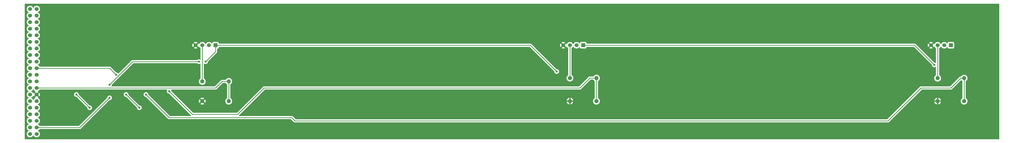
<source format=gtl>
G04 #@! TF.GenerationSoftware,KiCad,Pcbnew,(6.0.10)*
G04 #@! TF.CreationDate,2023-10-31T07:54:40-04:00*
G04 #@! TF.ProjectId,iDLSchema,69444c53-6368-4656-9d61-2e6b69636164,0.3.2*
G04 #@! TF.SameCoordinates,Original*
G04 #@! TF.FileFunction,Copper,L1,Top*
G04 #@! TF.FilePolarity,Positive*
%FSLAX46Y46*%
G04 Gerber Fmt 4.6, Leading zero omitted, Abs format (unit mm)*
G04 Created by KiCad (PCBNEW (6.0.10)) date 2023-10-31 07:54:40*
%MOMM*%
%LPD*%
G01*
G04 APERTURE LIST*
G04 #@! TA.AperFunction,ComponentPad*
%ADD10C,1.600000*%
G04 #@! TD*
G04 #@! TA.AperFunction,ComponentPad*
%ADD11O,1.600000X1.600000*%
G04 #@! TD*
G04 #@! TA.AperFunction,ComponentPad*
%ADD12R,1.524000X1.524000*%
G04 #@! TD*
G04 #@! TA.AperFunction,ComponentPad*
%ADD13C,1.524000*%
G04 #@! TD*
G04 #@! TA.AperFunction,ViaPad*
%ADD14C,0.800000*%
G04 #@! TD*
G04 #@! TA.AperFunction,Conductor*
%ADD15C,0.250000*%
G04 #@! TD*
G04 APERTURE END LIST*
D10*
X250190000Y-83820000D03*
D11*
X240030000Y-83820000D03*
D12*
X104140000Y-62261000D03*
D13*
X101600000Y-62261000D03*
X99060000Y-62261000D03*
X96520000Y-62261000D03*
D10*
X99060000Y-76200000D03*
D11*
X109220000Y-76200000D03*
D12*
X245110000Y-62261000D03*
D13*
X242570000Y-62261000D03*
X240030000Y-62261000D03*
X237490000Y-62261000D03*
X33020000Y-96520000D03*
X35560000Y-96520000D03*
X33020000Y-93980000D03*
X35560000Y-93980000D03*
X33020000Y-91440000D03*
X35560000Y-91440000D03*
X33020000Y-88900000D03*
X35560000Y-88900000D03*
X33020000Y-86360000D03*
X35560000Y-86360000D03*
X33020000Y-83820000D03*
X35560000Y-83820000D03*
X33020000Y-81280000D03*
X35560000Y-81280000D03*
X33020000Y-78740000D03*
X35560000Y-78740000D03*
X33020000Y-76200000D03*
X35560000Y-76200000D03*
X33020000Y-73660000D03*
X35560000Y-73660000D03*
X33020000Y-71120000D03*
X35560000Y-71120000D03*
X33020000Y-68580000D03*
X35560000Y-68580000D03*
X33020000Y-66040000D03*
X35560000Y-66040000D03*
X33020000Y-63500000D03*
X35560000Y-63500000D03*
X33020000Y-60960000D03*
X35560000Y-60960000D03*
X33020000Y-58420000D03*
X35560000Y-58420000D03*
X33020000Y-55880000D03*
X35560000Y-55880000D03*
X33020000Y-53340000D03*
X35560000Y-53340000D03*
X33020000Y-50800000D03*
X35560000Y-50800000D03*
X33020000Y-48260000D03*
X35560000Y-48260000D03*
D10*
X240030000Y-74930000D03*
D11*
X250190000Y-74930000D03*
D10*
X391160000Y-83820000D03*
D11*
X381000000Y-83820000D03*
D12*
X386080000Y-62261000D03*
D13*
X383540000Y-62261000D03*
X381000000Y-62261000D03*
X378460000Y-62261000D03*
D10*
X99060000Y-83820000D03*
D11*
X109220000Y-83820000D03*
D10*
X381000000Y-74950000D03*
D11*
X391160000Y-74950000D03*
D14*
X50800000Y-81280000D03*
X55880000Y-86360000D03*
X77470000Y-81280000D03*
X66040000Y-73660000D03*
X69850000Y-81280000D03*
X74930000Y-86360000D03*
X86360000Y-80010000D03*
X234950000Y-72390000D03*
X379730000Y-69850000D03*
X63500000Y-82550000D03*
X100330000Y-68580000D03*
X63500000Y-77470000D03*
X97790000Y-68580000D03*
D15*
X109220000Y-78740000D02*
X109220000Y-83820000D01*
X104140000Y-78740000D02*
X106680000Y-76200000D01*
X109220000Y-76200000D02*
X109220000Y-78740000D01*
X104140000Y-78740000D02*
X35560000Y-78740000D01*
X106680000Y-76200000D02*
X109220000Y-76200000D01*
X55880000Y-86360000D02*
X50800000Y-81280000D01*
X389870000Y-74950000D02*
X391160000Y-74950000D01*
X374650000Y-78740000D02*
X386080000Y-78740000D01*
X63500000Y-71120000D02*
X35560000Y-71120000D01*
X66040000Y-73660000D02*
X63500000Y-71120000D01*
X133350000Y-90170000D02*
X134620000Y-91440000D01*
X77470000Y-81280000D02*
X86360000Y-90170000D01*
X361950000Y-91440000D02*
X374650000Y-78740000D01*
X134620000Y-91440000D02*
X361950000Y-91440000D01*
X86360000Y-90170000D02*
X133350000Y-90170000D01*
X391160000Y-83820000D02*
X391160000Y-74950000D01*
X386080000Y-78740000D02*
X389870000Y-74950000D01*
X74930000Y-86360000D02*
X69850000Y-81280000D01*
X99060000Y-76200000D02*
X99060000Y-62261000D01*
X122793000Y-78740000D02*
X112633000Y-88900000D01*
X112633000Y-88900000D02*
X95250000Y-88900000D01*
X250190000Y-74930000D02*
X247650000Y-74930000D01*
X247650000Y-74930000D02*
X243840000Y-78740000D01*
X95250000Y-88900000D02*
X86360000Y-80010000D01*
X243840000Y-78740000D02*
X122793000Y-78740000D01*
X250190000Y-83820000D02*
X250190000Y-74930000D01*
X240030000Y-74930000D02*
X240030000Y-62261000D01*
X63500000Y-77470000D02*
X72390000Y-68580000D01*
X379730000Y-69850000D02*
X372141000Y-62261000D01*
X224821000Y-62261000D02*
X234950000Y-72390000D01*
X104140000Y-64770000D02*
X104140000Y-62261000D01*
X100330000Y-68580000D02*
X104140000Y-64770000D01*
X35560000Y-93980000D02*
X52070000Y-93980000D01*
X72390000Y-68580000D02*
X97790000Y-68580000D01*
X52070000Y-93980000D02*
X63500000Y-82550000D01*
X104140000Y-62261000D02*
X224821000Y-62261000D01*
X372141000Y-62261000D02*
X245110000Y-62261000D01*
X381000000Y-74950000D02*
X381000000Y-62261000D01*
G04 #@! TA.AperFunction,Conductor*
G36*
X404563621Y-46248502D02*
G01*
X404610114Y-46302158D01*
X404621500Y-46354500D01*
X404621500Y-98425500D01*
X404601498Y-98493621D01*
X404547842Y-98540114D01*
X404495500Y-98551500D01*
X31114500Y-98551500D01*
X31046379Y-98531498D01*
X30999886Y-98477842D01*
X30988500Y-98425500D01*
X30988500Y-96520000D01*
X31744647Y-96520000D01*
X31764022Y-96741463D01*
X31821560Y-96956196D01*
X31823882Y-96961177D01*
X31823883Y-96961178D01*
X31913186Y-97152689D01*
X31913189Y-97152694D01*
X31915512Y-97157676D01*
X32043023Y-97339781D01*
X32200219Y-97496977D01*
X32204727Y-97500134D01*
X32204730Y-97500136D01*
X32280495Y-97553187D01*
X32382323Y-97624488D01*
X32387305Y-97626811D01*
X32387310Y-97626814D01*
X32578822Y-97716117D01*
X32583804Y-97718440D01*
X32589112Y-97719862D01*
X32589114Y-97719863D01*
X32654949Y-97737503D01*
X32798537Y-97775978D01*
X33020000Y-97795353D01*
X33241463Y-97775978D01*
X33385051Y-97737503D01*
X33450886Y-97719863D01*
X33450888Y-97719862D01*
X33456196Y-97718440D01*
X33461178Y-97716117D01*
X33652690Y-97626814D01*
X33652695Y-97626811D01*
X33657677Y-97624488D01*
X33759505Y-97553187D01*
X33835270Y-97500136D01*
X33835273Y-97500134D01*
X33839781Y-97496977D01*
X33996977Y-97339781D01*
X34124488Y-97157676D01*
X34126811Y-97152694D01*
X34126814Y-97152689D01*
X34175805Y-97047627D01*
X34222723Y-96994342D01*
X34291000Y-96974881D01*
X34358960Y-96995423D01*
X34404195Y-97047627D01*
X34453186Y-97152689D01*
X34453189Y-97152694D01*
X34455512Y-97157676D01*
X34583023Y-97339781D01*
X34740219Y-97496977D01*
X34744727Y-97500134D01*
X34744730Y-97500136D01*
X34820495Y-97553187D01*
X34922323Y-97624488D01*
X34927305Y-97626811D01*
X34927310Y-97626814D01*
X35118822Y-97716117D01*
X35123804Y-97718440D01*
X35129112Y-97719862D01*
X35129114Y-97719863D01*
X35194949Y-97737503D01*
X35338537Y-97775978D01*
X35560000Y-97795353D01*
X35781463Y-97775978D01*
X35925051Y-97737503D01*
X35990886Y-97719863D01*
X35990888Y-97719862D01*
X35996196Y-97718440D01*
X36001178Y-97716117D01*
X36192690Y-97626814D01*
X36192695Y-97626811D01*
X36197677Y-97624488D01*
X36299505Y-97553187D01*
X36375270Y-97500136D01*
X36375273Y-97500134D01*
X36379781Y-97496977D01*
X36536977Y-97339781D01*
X36664488Y-97157676D01*
X36666811Y-97152694D01*
X36666814Y-97152689D01*
X36756117Y-96961178D01*
X36756118Y-96961177D01*
X36758440Y-96956196D01*
X36815978Y-96741463D01*
X36835353Y-96520000D01*
X36815978Y-96298537D01*
X36758440Y-96083804D01*
X36715805Y-95992373D01*
X36666814Y-95887311D01*
X36666811Y-95887306D01*
X36664488Y-95882324D01*
X36536977Y-95700219D01*
X36379781Y-95543023D01*
X36375273Y-95539866D01*
X36375270Y-95539864D01*
X36299505Y-95486813D01*
X36197677Y-95415512D01*
X36192695Y-95413189D01*
X36192690Y-95413186D01*
X36087627Y-95364195D01*
X36034342Y-95317278D01*
X36014881Y-95249001D01*
X36035423Y-95181041D01*
X36087627Y-95135805D01*
X36192690Y-95086814D01*
X36192695Y-95086811D01*
X36197677Y-95084488D01*
X36299505Y-95013187D01*
X36375270Y-94960136D01*
X36375273Y-94960134D01*
X36379781Y-94956977D01*
X36536977Y-94799781D01*
X36629791Y-94667229D01*
X36685248Y-94622901D01*
X36733004Y-94613500D01*
X51991233Y-94613500D01*
X52002416Y-94614027D01*
X52009909Y-94615702D01*
X52017835Y-94615453D01*
X52017836Y-94615453D01*
X52077986Y-94613562D01*
X52081945Y-94613500D01*
X52109856Y-94613500D01*
X52113791Y-94613003D01*
X52113856Y-94612995D01*
X52125693Y-94612062D01*
X52157951Y-94611048D01*
X52161970Y-94610922D01*
X52169889Y-94610673D01*
X52189343Y-94605021D01*
X52208700Y-94601013D01*
X52220930Y-94599468D01*
X52220931Y-94599468D01*
X52228797Y-94598474D01*
X52236168Y-94595555D01*
X52236170Y-94595555D01*
X52269912Y-94582196D01*
X52281142Y-94578351D01*
X52315983Y-94568229D01*
X52315984Y-94568229D01*
X52323593Y-94566018D01*
X52330412Y-94561985D01*
X52330417Y-94561983D01*
X52341028Y-94555707D01*
X52358776Y-94547012D01*
X52377617Y-94539552D01*
X52413387Y-94513564D01*
X52423307Y-94507048D01*
X52454535Y-94488580D01*
X52454538Y-94488578D01*
X52461362Y-94484542D01*
X52475683Y-94470221D01*
X52490717Y-94457380D01*
X52507107Y-94445472D01*
X52535298Y-94411395D01*
X52543288Y-94402616D01*
X63450500Y-83495405D01*
X63512812Y-83461379D01*
X63539595Y-83458500D01*
X63595487Y-83458500D01*
X63601939Y-83457128D01*
X63601944Y-83457128D01*
X63688888Y-83438647D01*
X63782288Y-83418794D01*
X63848951Y-83389114D01*
X63950722Y-83343803D01*
X63950724Y-83343802D01*
X63956752Y-83341118D01*
X64111253Y-83228866D01*
X64153160Y-83182324D01*
X64234621Y-83091852D01*
X64234622Y-83091851D01*
X64239040Y-83086944D01*
X64334527Y-82921556D01*
X64393542Y-82739928D01*
X64394272Y-82732988D01*
X64412814Y-82556565D01*
X64413504Y-82550000D01*
X64396108Y-82384488D01*
X64394232Y-82366635D01*
X64394232Y-82366633D01*
X64393542Y-82360072D01*
X64334527Y-82178444D01*
X64239040Y-82013056D01*
X64193744Y-81962749D01*
X64115675Y-81876045D01*
X64115674Y-81876044D01*
X64111253Y-81871134D01*
X63956752Y-81758882D01*
X63950724Y-81756198D01*
X63950722Y-81756197D01*
X63788319Y-81683891D01*
X63788318Y-81683891D01*
X63782288Y-81681206D01*
X63669721Y-81657279D01*
X63601944Y-81642872D01*
X63601939Y-81642872D01*
X63595487Y-81641500D01*
X63404513Y-81641500D01*
X63398061Y-81642872D01*
X63398056Y-81642872D01*
X63330279Y-81657279D01*
X63217712Y-81681206D01*
X63211682Y-81683891D01*
X63211681Y-81683891D01*
X63049278Y-81756197D01*
X63049276Y-81756198D01*
X63043248Y-81758882D01*
X62888747Y-81871134D01*
X62884326Y-81876044D01*
X62884325Y-81876045D01*
X62806257Y-81962749D01*
X62760960Y-82013056D01*
X62665473Y-82178444D01*
X62606458Y-82360072D01*
X62605768Y-82366633D01*
X62605768Y-82366635D01*
X62589093Y-82525293D01*
X62562080Y-82590950D01*
X62552878Y-82601218D01*
X51844500Y-93309595D01*
X51782188Y-93343621D01*
X51755405Y-93346500D01*
X36733004Y-93346500D01*
X36664883Y-93326498D01*
X36629791Y-93292771D01*
X36540136Y-93164730D01*
X36540134Y-93164727D01*
X36536977Y-93160219D01*
X36379781Y-93003023D01*
X36375273Y-92999866D01*
X36375270Y-92999864D01*
X36299505Y-92946813D01*
X36197677Y-92875512D01*
X36192695Y-92873189D01*
X36192690Y-92873186D01*
X36087627Y-92824195D01*
X36034342Y-92777278D01*
X36014881Y-92709001D01*
X36035423Y-92641041D01*
X36087627Y-92595805D01*
X36192690Y-92546814D01*
X36192695Y-92546811D01*
X36197677Y-92544488D01*
X36299505Y-92473187D01*
X36375270Y-92420136D01*
X36375273Y-92420134D01*
X36379781Y-92416977D01*
X36536977Y-92259781D01*
X36664488Y-92077676D01*
X36666811Y-92072694D01*
X36666814Y-92072689D01*
X36756117Y-91881178D01*
X36756118Y-91881177D01*
X36758440Y-91876196D01*
X36760951Y-91866827D01*
X36814554Y-91666776D01*
X36815978Y-91661463D01*
X36835353Y-91440000D01*
X36815978Y-91218537D01*
X36758440Y-91003804D01*
X36682246Y-90840405D01*
X36666814Y-90807311D01*
X36666811Y-90807306D01*
X36664488Y-90802324D01*
X36641571Y-90769595D01*
X36540136Y-90624730D01*
X36540134Y-90624727D01*
X36536977Y-90620219D01*
X36379781Y-90463023D01*
X36375273Y-90459866D01*
X36375270Y-90459864D01*
X36299505Y-90406813D01*
X36197677Y-90335512D01*
X36192695Y-90333189D01*
X36192690Y-90333186D01*
X36087627Y-90284195D01*
X36034342Y-90237278D01*
X36014881Y-90169001D01*
X36035423Y-90101041D01*
X36087627Y-90055805D01*
X36192690Y-90006814D01*
X36192695Y-90006811D01*
X36197677Y-90004488D01*
X36299505Y-89933187D01*
X36375270Y-89880136D01*
X36375273Y-89880134D01*
X36379781Y-89876977D01*
X36536977Y-89719781D01*
X36540314Y-89715016D01*
X36661331Y-89542185D01*
X36661332Y-89542183D01*
X36664488Y-89537676D01*
X36666811Y-89532694D01*
X36666814Y-89532689D01*
X36756117Y-89341178D01*
X36756118Y-89341177D01*
X36758440Y-89336196D01*
X36760640Y-89327988D01*
X36814554Y-89126776D01*
X36815978Y-89121463D01*
X36835353Y-88900000D01*
X36815978Y-88678537D01*
X36758440Y-88463804D01*
X36715805Y-88372373D01*
X36666814Y-88267311D01*
X36666811Y-88267306D01*
X36664488Y-88262324D01*
X36536977Y-88080219D01*
X36379781Y-87923023D01*
X36375273Y-87919866D01*
X36375270Y-87919864D01*
X36299505Y-87866813D01*
X36197677Y-87795512D01*
X36192695Y-87793189D01*
X36192690Y-87793186D01*
X36087627Y-87744195D01*
X36034342Y-87697278D01*
X36014881Y-87629001D01*
X36035423Y-87561041D01*
X36087627Y-87515805D01*
X36192690Y-87466814D01*
X36192695Y-87466811D01*
X36197677Y-87464488D01*
X36299505Y-87393187D01*
X36375270Y-87340136D01*
X36375273Y-87340134D01*
X36379781Y-87336977D01*
X36536977Y-87179781D01*
X36664488Y-86997676D01*
X36666811Y-86992694D01*
X36666814Y-86992689D01*
X36756117Y-86801178D01*
X36756118Y-86801177D01*
X36758440Y-86796196D01*
X36815978Y-86581463D01*
X36835353Y-86360000D01*
X36815978Y-86138537D01*
X36758440Y-85923804D01*
X36714127Y-85828774D01*
X36666814Y-85727311D01*
X36666811Y-85727306D01*
X36664488Y-85722324D01*
X36536977Y-85540219D01*
X36379781Y-85383023D01*
X36375273Y-85379866D01*
X36375270Y-85379864D01*
X36299505Y-85326813D01*
X36197677Y-85255512D01*
X36192695Y-85253189D01*
X36192690Y-85253186D01*
X36087627Y-85204195D01*
X36034342Y-85157278D01*
X36014881Y-85089001D01*
X36035423Y-85021041D01*
X36087627Y-84975805D01*
X36192690Y-84926814D01*
X36192695Y-84926811D01*
X36197677Y-84924488D01*
X36344165Y-84821916D01*
X36375270Y-84800136D01*
X36375273Y-84800134D01*
X36379781Y-84796977D01*
X36536977Y-84639781D01*
X36610292Y-84535077D01*
X36661331Y-84462185D01*
X36661332Y-84462183D01*
X36664488Y-84457676D01*
X36666811Y-84452694D01*
X36666814Y-84452689D01*
X36756117Y-84261178D01*
X36756118Y-84261177D01*
X36758440Y-84256196D01*
X36815978Y-84041463D01*
X36835353Y-83820000D01*
X36815978Y-83598537D01*
X36758440Y-83383804D01*
X36756117Y-83378822D01*
X36666814Y-83187311D01*
X36666811Y-83187306D01*
X36664488Y-83182324D01*
X36648152Y-83158994D01*
X36540136Y-83004730D01*
X36540134Y-83004727D01*
X36536977Y-83000219D01*
X36379781Y-82843023D01*
X36375273Y-82839866D01*
X36375270Y-82839864D01*
X36240808Y-82745713D01*
X36197677Y-82715512D01*
X36192695Y-82713189D01*
X36192690Y-82713186D01*
X36087035Y-82663919D01*
X36033750Y-82617002D01*
X36014289Y-82548725D01*
X36034831Y-82480765D01*
X36087035Y-82435529D01*
X36192445Y-82386376D01*
X36201931Y-82380898D01*
X36245764Y-82350207D01*
X36254139Y-82339729D01*
X36247071Y-82326281D01*
X35572812Y-81652022D01*
X35558868Y-81644408D01*
X35557035Y-81644539D01*
X35550420Y-81648790D01*
X34872207Y-82327003D01*
X34865777Y-82338777D01*
X34875074Y-82350793D01*
X34918069Y-82380898D01*
X34927555Y-82386376D01*
X35032965Y-82435529D01*
X35086250Y-82482446D01*
X35105711Y-82550723D01*
X35085169Y-82618683D01*
X35032965Y-82663919D01*
X34927311Y-82713186D01*
X34927306Y-82713189D01*
X34922324Y-82715512D01*
X34917817Y-82718668D01*
X34917815Y-82718669D01*
X34744730Y-82839864D01*
X34744727Y-82839866D01*
X34740219Y-82843023D01*
X34583023Y-83000219D01*
X34579866Y-83004727D01*
X34579864Y-83004730D01*
X34471848Y-83158994D01*
X34455512Y-83182324D01*
X34453189Y-83187306D01*
X34453186Y-83187311D01*
X34404195Y-83292373D01*
X34357277Y-83345658D01*
X34289000Y-83365119D01*
X34221040Y-83344577D01*
X34175805Y-83292373D01*
X34126814Y-83187311D01*
X34126811Y-83187306D01*
X34124488Y-83182324D01*
X34108152Y-83158994D01*
X34000136Y-83004730D01*
X34000134Y-83004727D01*
X33996977Y-83000219D01*
X33839781Y-82843023D01*
X33835273Y-82839866D01*
X33835270Y-82839864D01*
X33700808Y-82745713D01*
X33657677Y-82715512D01*
X33652695Y-82713189D01*
X33652690Y-82713186D01*
X33547627Y-82664195D01*
X33494342Y-82617278D01*
X33474881Y-82549001D01*
X33495423Y-82481041D01*
X33547627Y-82435805D01*
X33652690Y-82386814D01*
X33652695Y-82386811D01*
X33657677Y-82384488D01*
X33759505Y-82313187D01*
X33835270Y-82260136D01*
X33835273Y-82260134D01*
X33839781Y-82256977D01*
X33996977Y-82099781D01*
X34057703Y-82013056D01*
X34121331Y-81922185D01*
X34121332Y-81922183D01*
X34124488Y-81917676D01*
X34126811Y-81912694D01*
X34126814Y-81912689D01*
X34176081Y-81807035D01*
X34222999Y-81753750D01*
X34291276Y-81734289D01*
X34359236Y-81754831D01*
X34404471Y-81807035D01*
X34453623Y-81912441D01*
X34459103Y-81921932D01*
X34489794Y-81965765D01*
X34500271Y-81974140D01*
X34513718Y-81967072D01*
X35187978Y-81292812D01*
X35194356Y-81281132D01*
X35924408Y-81281132D01*
X35924539Y-81282965D01*
X35928790Y-81289580D01*
X36607003Y-81967793D01*
X36618777Y-81974223D01*
X36630793Y-81964926D01*
X36660897Y-81921932D01*
X36666377Y-81912441D01*
X36755645Y-81721007D01*
X36759391Y-81710715D01*
X36814059Y-81506691D01*
X36815962Y-81495896D01*
X36834372Y-81285475D01*
X36834372Y-81280000D01*
X49886496Y-81280000D01*
X49906458Y-81469928D01*
X49965473Y-81651556D01*
X50060960Y-81816944D01*
X50065378Y-81821851D01*
X50065379Y-81821852D01*
X50155719Y-81922185D01*
X50188747Y-81958866D01*
X50343248Y-82071118D01*
X50349276Y-82073802D01*
X50349278Y-82073803D01*
X50407626Y-82099781D01*
X50517712Y-82148794D01*
X50611112Y-82168647D01*
X50698056Y-82187128D01*
X50698061Y-82187128D01*
X50704513Y-82188500D01*
X50760406Y-82188500D01*
X50828527Y-82208502D01*
X50849501Y-82225405D01*
X54932878Y-86308783D01*
X54966904Y-86371095D01*
X54969093Y-86384706D01*
X54986458Y-86549928D01*
X55045473Y-86731556D01*
X55140960Y-86896944D01*
X55268747Y-87038866D01*
X55423248Y-87151118D01*
X55429276Y-87153802D01*
X55429278Y-87153803D01*
X55487626Y-87179781D01*
X55597712Y-87228794D01*
X55691113Y-87248647D01*
X55778056Y-87267128D01*
X55778061Y-87267128D01*
X55784513Y-87268500D01*
X55975487Y-87268500D01*
X55981939Y-87267128D01*
X55981944Y-87267128D01*
X56068887Y-87248647D01*
X56162288Y-87228794D01*
X56272374Y-87179781D01*
X56330722Y-87153803D01*
X56330724Y-87153802D01*
X56336752Y-87151118D01*
X56491253Y-87038866D01*
X56619040Y-86896944D01*
X56714527Y-86731556D01*
X56773542Y-86549928D01*
X56793504Y-86360000D01*
X56773542Y-86170072D01*
X56714527Y-85988444D01*
X56619040Y-85823056D01*
X56491253Y-85681134D01*
X56336752Y-85568882D01*
X56330724Y-85566198D01*
X56330722Y-85566197D01*
X56168319Y-85493891D01*
X56168318Y-85493891D01*
X56162288Y-85491206D01*
X56068887Y-85471353D01*
X55981944Y-85452872D01*
X55981939Y-85452872D01*
X55975487Y-85451500D01*
X55919594Y-85451500D01*
X55851473Y-85431498D01*
X55830499Y-85414595D01*
X51747122Y-81331217D01*
X51719155Y-81280000D01*
X68936496Y-81280000D01*
X68956458Y-81469928D01*
X69015473Y-81651556D01*
X69110960Y-81816944D01*
X69115378Y-81821851D01*
X69115379Y-81821852D01*
X69205719Y-81922185D01*
X69238747Y-81958866D01*
X69393248Y-82071118D01*
X69399276Y-82073802D01*
X69399278Y-82073803D01*
X69457626Y-82099781D01*
X69567712Y-82148794D01*
X69661112Y-82168647D01*
X69748056Y-82187128D01*
X69748061Y-82187128D01*
X69754513Y-82188500D01*
X69810406Y-82188500D01*
X69878527Y-82208502D01*
X69899501Y-82225405D01*
X73982878Y-86308783D01*
X74016904Y-86371095D01*
X74019093Y-86384706D01*
X74036458Y-86549928D01*
X74095473Y-86731556D01*
X74190960Y-86896944D01*
X74318747Y-87038866D01*
X74473248Y-87151118D01*
X74479276Y-87153802D01*
X74479278Y-87153803D01*
X74537626Y-87179781D01*
X74647712Y-87228794D01*
X74741113Y-87248647D01*
X74828056Y-87267128D01*
X74828061Y-87267128D01*
X74834513Y-87268500D01*
X75025487Y-87268500D01*
X75031939Y-87267128D01*
X75031944Y-87267128D01*
X75118887Y-87248647D01*
X75212288Y-87228794D01*
X75322374Y-87179781D01*
X75380722Y-87153803D01*
X75380724Y-87153802D01*
X75386752Y-87151118D01*
X75541253Y-87038866D01*
X75669040Y-86896944D01*
X75764527Y-86731556D01*
X75823542Y-86549928D01*
X75843504Y-86360000D01*
X75823542Y-86170072D01*
X75764527Y-85988444D01*
X75669040Y-85823056D01*
X75541253Y-85681134D01*
X75386752Y-85568882D01*
X75380724Y-85566198D01*
X75380722Y-85566197D01*
X75218319Y-85493891D01*
X75218318Y-85493891D01*
X75212288Y-85491206D01*
X75118887Y-85471353D01*
X75031944Y-85452872D01*
X75031939Y-85452872D01*
X75025487Y-85451500D01*
X74969594Y-85451500D01*
X74901473Y-85431498D01*
X74880499Y-85414595D01*
X70797122Y-81331217D01*
X70763096Y-81268905D01*
X70760907Y-81255292D01*
X70744232Y-81096635D01*
X70744232Y-81096633D01*
X70743542Y-81090072D01*
X70684527Y-80908444D01*
X70589040Y-80743056D01*
X70543744Y-80692749D01*
X70465675Y-80606045D01*
X70465674Y-80606044D01*
X70461253Y-80601134D01*
X70306752Y-80488882D01*
X70300724Y-80486198D01*
X70300722Y-80486197D01*
X70138319Y-80413891D01*
X70138318Y-80413891D01*
X70132288Y-80411206D01*
X70019721Y-80387279D01*
X69951944Y-80372872D01*
X69951939Y-80372872D01*
X69945487Y-80371500D01*
X69754513Y-80371500D01*
X69748061Y-80372872D01*
X69748056Y-80372872D01*
X69680279Y-80387279D01*
X69567712Y-80411206D01*
X69561682Y-80413891D01*
X69561681Y-80413891D01*
X69399278Y-80486197D01*
X69399276Y-80486198D01*
X69393248Y-80488882D01*
X69238747Y-80601134D01*
X69234326Y-80606044D01*
X69234325Y-80606045D01*
X69156257Y-80692749D01*
X69110960Y-80743056D01*
X69015473Y-80908444D01*
X68956458Y-81090072D01*
X68936496Y-81280000D01*
X51719155Y-81280000D01*
X51713096Y-81268905D01*
X51710907Y-81255292D01*
X51694232Y-81096635D01*
X51694232Y-81096633D01*
X51693542Y-81090072D01*
X51634527Y-80908444D01*
X51539040Y-80743056D01*
X51493744Y-80692749D01*
X51415675Y-80606045D01*
X51415674Y-80606044D01*
X51411253Y-80601134D01*
X51256752Y-80488882D01*
X51250724Y-80486198D01*
X51250722Y-80486197D01*
X51088319Y-80413891D01*
X51088318Y-80413891D01*
X51082288Y-80411206D01*
X50969721Y-80387279D01*
X50901944Y-80372872D01*
X50901939Y-80372872D01*
X50895487Y-80371500D01*
X50704513Y-80371500D01*
X50698061Y-80372872D01*
X50698056Y-80372872D01*
X50630279Y-80387279D01*
X50517712Y-80411206D01*
X50511682Y-80413891D01*
X50511681Y-80413891D01*
X50349278Y-80486197D01*
X50349276Y-80486198D01*
X50343248Y-80488882D01*
X50188747Y-80601134D01*
X50184326Y-80606044D01*
X50184325Y-80606045D01*
X50106257Y-80692749D01*
X50060960Y-80743056D01*
X49965473Y-80908444D01*
X49906458Y-81090072D01*
X49886496Y-81280000D01*
X36834372Y-81280000D01*
X36834372Y-81274525D01*
X36815962Y-81064104D01*
X36814059Y-81053309D01*
X36759391Y-80849285D01*
X36755645Y-80838993D01*
X36666377Y-80647559D01*
X36660897Y-80638068D01*
X36630206Y-80594235D01*
X36619729Y-80585860D01*
X36606282Y-80592928D01*
X35932022Y-81267188D01*
X35924408Y-81281132D01*
X35194356Y-81281132D01*
X35195592Y-81278868D01*
X35195461Y-81277035D01*
X35191210Y-81270420D01*
X34512997Y-80592207D01*
X34501223Y-80585777D01*
X34489207Y-80595074D01*
X34459103Y-80638068D01*
X34453623Y-80647559D01*
X34404471Y-80752965D01*
X34357553Y-80806250D01*
X34289276Y-80825711D01*
X34221316Y-80805169D01*
X34176081Y-80752965D01*
X34126814Y-80647311D01*
X34126811Y-80647306D01*
X34124488Y-80642324D01*
X34092928Y-80597251D01*
X34000136Y-80464730D01*
X34000134Y-80464727D01*
X33996977Y-80460219D01*
X33839781Y-80303023D01*
X33835273Y-80299866D01*
X33835270Y-80299864D01*
X33759505Y-80246813D01*
X33657677Y-80175512D01*
X33652695Y-80173189D01*
X33652690Y-80173186D01*
X33547627Y-80124195D01*
X33494342Y-80077278D01*
X33474881Y-80009001D01*
X33495423Y-79941041D01*
X33547627Y-79895805D01*
X33652690Y-79846814D01*
X33652695Y-79846811D01*
X33657677Y-79844488D01*
X33759505Y-79773187D01*
X33835270Y-79720136D01*
X33835273Y-79720134D01*
X33839781Y-79716977D01*
X33996977Y-79559781D01*
X34057703Y-79473056D01*
X34121331Y-79382185D01*
X34121332Y-79382183D01*
X34124488Y-79377676D01*
X34126811Y-79372694D01*
X34126814Y-79372689D01*
X34175805Y-79267627D01*
X34222723Y-79214342D01*
X34291000Y-79194881D01*
X34358960Y-79215423D01*
X34404195Y-79267627D01*
X34453186Y-79372689D01*
X34453189Y-79372694D01*
X34455512Y-79377676D01*
X34458668Y-79382183D01*
X34458669Y-79382185D01*
X34522298Y-79473056D01*
X34583023Y-79559781D01*
X34740219Y-79716977D01*
X34744727Y-79720134D01*
X34744730Y-79720136D01*
X34820495Y-79773187D01*
X34922323Y-79844488D01*
X34927305Y-79846811D01*
X34927310Y-79846814D01*
X35032965Y-79896081D01*
X35086250Y-79942998D01*
X35105711Y-80011275D01*
X35085169Y-80079235D01*
X35032965Y-80124471D01*
X34927559Y-80173623D01*
X34918068Y-80179103D01*
X34874235Y-80209794D01*
X34865860Y-80220271D01*
X34872928Y-80233718D01*
X35547188Y-80907978D01*
X35561132Y-80915592D01*
X35562965Y-80915461D01*
X35569580Y-80911210D01*
X36247793Y-80232997D01*
X36254223Y-80221223D01*
X36244926Y-80209207D01*
X36201931Y-80179102D01*
X36192445Y-80173624D01*
X36087035Y-80124471D01*
X36033750Y-80077554D01*
X36014289Y-80009277D01*
X36034831Y-79941317D01*
X36087035Y-79896081D01*
X36192690Y-79846814D01*
X36192695Y-79846811D01*
X36197677Y-79844488D01*
X36299505Y-79773187D01*
X36375270Y-79720136D01*
X36375273Y-79720134D01*
X36379781Y-79716977D01*
X36536977Y-79559781D01*
X36597703Y-79473056D01*
X36629791Y-79427229D01*
X36685248Y-79382901D01*
X36733004Y-79373500D01*
X85460200Y-79373500D01*
X85528321Y-79393502D01*
X85574814Y-79447158D01*
X85584918Y-79517432D01*
X85569319Y-79562500D01*
X85525473Y-79638444D01*
X85466458Y-79820072D01*
X85465768Y-79826633D01*
X85465768Y-79826635D01*
X85463892Y-79844488D01*
X85446496Y-80010000D01*
X85447186Y-80016565D01*
X85464224Y-80178669D01*
X85466458Y-80199928D01*
X85525473Y-80381556D01*
X85620960Y-80546944D01*
X85625378Y-80551851D01*
X85625379Y-80551852D01*
X85703008Y-80638068D01*
X85748747Y-80688866D01*
X85903248Y-80801118D01*
X85909276Y-80803802D01*
X85909278Y-80803803D01*
X86011049Y-80849114D01*
X86077712Y-80878794D01*
X86171112Y-80898647D01*
X86258056Y-80917128D01*
X86258061Y-80917128D01*
X86264513Y-80918500D01*
X86320406Y-80918500D01*
X86388527Y-80938502D01*
X86409501Y-80955405D01*
X94746343Y-89292247D01*
X94753887Y-89300537D01*
X94758000Y-89307018D01*
X94763777Y-89312443D01*
X94770386Y-89318649D01*
X94806352Y-89379862D01*
X94803515Y-89450802D01*
X94762775Y-89508946D01*
X94697067Y-89535835D01*
X94684134Y-89536500D01*
X86674594Y-89536500D01*
X86606473Y-89516498D01*
X86585499Y-89499595D01*
X78417122Y-81331217D01*
X78383096Y-81268905D01*
X78380907Y-81255292D01*
X78364232Y-81096635D01*
X78364232Y-81096633D01*
X78363542Y-81090072D01*
X78304527Y-80908444D01*
X78209040Y-80743056D01*
X78163744Y-80692749D01*
X78085675Y-80606045D01*
X78085674Y-80606044D01*
X78081253Y-80601134D01*
X77926752Y-80488882D01*
X77920724Y-80486198D01*
X77920722Y-80486197D01*
X77758319Y-80413891D01*
X77758318Y-80413891D01*
X77752288Y-80411206D01*
X77639721Y-80387279D01*
X77571944Y-80372872D01*
X77571939Y-80372872D01*
X77565487Y-80371500D01*
X77374513Y-80371500D01*
X77368061Y-80372872D01*
X77368056Y-80372872D01*
X77300279Y-80387279D01*
X77187712Y-80411206D01*
X77181682Y-80413891D01*
X77181681Y-80413891D01*
X77019278Y-80486197D01*
X77019276Y-80486198D01*
X77013248Y-80488882D01*
X76858747Y-80601134D01*
X76854326Y-80606044D01*
X76854325Y-80606045D01*
X76776257Y-80692749D01*
X76730960Y-80743056D01*
X76635473Y-80908444D01*
X76576458Y-81090072D01*
X76556496Y-81280000D01*
X76576458Y-81469928D01*
X76635473Y-81651556D01*
X76730960Y-81816944D01*
X76735378Y-81821851D01*
X76735379Y-81821852D01*
X76825719Y-81922185D01*
X76858747Y-81958866D01*
X77013248Y-82071118D01*
X77019276Y-82073802D01*
X77019278Y-82073803D01*
X77077626Y-82099781D01*
X77187712Y-82148794D01*
X77281112Y-82168647D01*
X77368056Y-82187128D01*
X77368061Y-82187128D01*
X77374513Y-82188500D01*
X77430406Y-82188500D01*
X77498527Y-82208502D01*
X77519501Y-82225405D01*
X85856343Y-90562247D01*
X85863887Y-90570537D01*
X85868000Y-90577018D01*
X85873777Y-90582443D01*
X85917667Y-90623658D01*
X85920509Y-90626413D01*
X85940231Y-90646135D01*
X85943355Y-90648558D01*
X85943359Y-90648562D01*
X85943424Y-90648612D01*
X85952445Y-90656317D01*
X85984679Y-90686586D01*
X85991627Y-90690405D01*
X85991629Y-90690407D01*
X86002432Y-90696346D01*
X86018959Y-90707202D01*
X86028698Y-90714757D01*
X86028700Y-90714758D01*
X86034960Y-90719614D01*
X86075540Y-90737174D01*
X86086188Y-90742391D01*
X86124940Y-90763695D01*
X86132616Y-90765666D01*
X86132619Y-90765667D01*
X86144562Y-90768733D01*
X86163267Y-90775137D01*
X86181855Y-90783181D01*
X86189678Y-90784420D01*
X86189688Y-90784423D01*
X86225524Y-90790099D01*
X86237144Y-90792505D01*
X86272289Y-90801528D01*
X86279970Y-90803500D01*
X86300224Y-90803500D01*
X86319934Y-90805051D01*
X86339943Y-90808220D01*
X86347835Y-90807474D01*
X86383961Y-90804059D01*
X86395819Y-90803500D01*
X133035406Y-90803500D01*
X133103527Y-90823502D01*
X133124501Y-90840405D01*
X134116343Y-91832247D01*
X134123887Y-91840537D01*
X134128000Y-91847018D01*
X134133777Y-91852443D01*
X134177667Y-91893658D01*
X134180509Y-91896413D01*
X134200230Y-91916134D01*
X134203425Y-91918612D01*
X134212447Y-91926318D01*
X134244679Y-91956586D01*
X134251628Y-91960406D01*
X134262432Y-91966346D01*
X134278956Y-91977199D01*
X134294959Y-91989613D01*
X134335543Y-92007176D01*
X134346173Y-92012383D01*
X134384940Y-92033695D01*
X134392617Y-92035666D01*
X134392622Y-92035668D01*
X134404558Y-92038732D01*
X134423266Y-92045137D01*
X134441855Y-92053181D01*
X134449683Y-92054421D01*
X134449690Y-92054423D01*
X134485524Y-92060099D01*
X134497144Y-92062505D01*
X134528959Y-92070673D01*
X134539970Y-92073500D01*
X134560224Y-92073500D01*
X134579934Y-92075051D01*
X134599943Y-92078220D01*
X134607835Y-92077474D01*
X134626580Y-92075702D01*
X134643962Y-92074059D01*
X134655819Y-92073500D01*
X361871233Y-92073500D01*
X361882416Y-92074027D01*
X361889909Y-92075702D01*
X361897835Y-92075453D01*
X361897836Y-92075453D01*
X361957986Y-92073562D01*
X361961945Y-92073500D01*
X361989856Y-92073500D01*
X361993791Y-92073003D01*
X361993856Y-92072995D01*
X362005693Y-92072062D01*
X362037951Y-92071048D01*
X362041970Y-92070922D01*
X362049889Y-92070673D01*
X362069343Y-92065021D01*
X362088700Y-92061013D01*
X362100930Y-92059468D01*
X362100931Y-92059468D01*
X362108797Y-92058474D01*
X362116168Y-92055555D01*
X362116170Y-92055555D01*
X362149912Y-92042196D01*
X362161142Y-92038351D01*
X362195983Y-92028229D01*
X362195984Y-92028229D01*
X362203593Y-92026018D01*
X362210412Y-92021985D01*
X362210417Y-92021983D01*
X362221028Y-92015707D01*
X362238776Y-92007012D01*
X362257617Y-91999552D01*
X362277987Y-91984753D01*
X362293387Y-91973564D01*
X362303307Y-91967048D01*
X362334535Y-91948580D01*
X362334538Y-91948578D01*
X362341362Y-91944542D01*
X362355683Y-91930221D01*
X362370717Y-91917380D01*
X362372432Y-91916134D01*
X362387107Y-91905472D01*
X362415298Y-91871395D01*
X362423288Y-91862616D01*
X370199382Y-84086522D01*
X379717273Y-84086522D01*
X379764764Y-84263761D01*
X379768510Y-84274053D01*
X379860586Y-84471511D01*
X379866069Y-84481007D01*
X379991028Y-84659467D01*
X379998084Y-84667875D01*
X380152125Y-84821916D01*
X380160533Y-84828972D01*
X380338993Y-84953931D01*
X380348489Y-84959414D01*
X380545947Y-85051490D01*
X380556239Y-85055236D01*
X380728503Y-85101394D01*
X380742599Y-85101058D01*
X380746000Y-85093116D01*
X380746000Y-85087967D01*
X381254000Y-85087967D01*
X381257973Y-85101498D01*
X381266522Y-85102727D01*
X381443761Y-85055236D01*
X381454053Y-85051490D01*
X381651511Y-84959414D01*
X381661007Y-84953931D01*
X381839467Y-84828972D01*
X381847875Y-84821916D01*
X382001916Y-84667875D01*
X382008972Y-84659467D01*
X382133931Y-84481007D01*
X382139414Y-84471511D01*
X382231490Y-84274053D01*
X382235236Y-84263761D01*
X382281394Y-84091497D01*
X382281058Y-84077401D01*
X382273116Y-84074000D01*
X381272115Y-84074000D01*
X381256876Y-84078475D01*
X381255671Y-84079865D01*
X381254000Y-84087548D01*
X381254000Y-85087967D01*
X380746000Y-85087967D01*
X380746000Y-84092115D01*
X380741525Y-84076876D01*
X380740135Y-84075671D01*
X380732452Y-84074000D01*
X379732033Y-84074000D01*
X379718502Y-84077973D01*
X379717273Y-84086522D01*
X370199382Y-84086522D01*
X370737401Y-83548503D01*
X379718606Y-83548503D01*
X379718942Y-83562599D01*
X379726884Y-83566000D01*
X380727885Y-83566000D01*
X380743124Y-83561525D01*
X380744329Y-83560135D01*
X380746000Y-83552452D01*
X380746000Y-83547885D01*
X381254000Y-83547885D01*
X381258475Y-83563124D01*
X381259865Y-83564329D01*
X381267548Y-83566000D01*
X382267967Y-83566000D01*
X382281498Y-83562027D01*
X382282727Y-83553478D01*
X382235236Y-83376239D01*
X382231490Y-83365947D01*
X382139414Y-83168489D01*
X382133931Y-83158993D01*
X382008972Y-82980533D01*
X382001916Y-82972125D01*
X381847875Y-82818084D01*
X381839467Y-82811028D01*
X381661007Y-82686069D01*
X381651511Y-82680586D01*
X381454053Y-82588510D01*
X381443761Y-82584764D01*
X381271497Y-82538606D01*
X381257401Y-82538942D01*
X381254000Y-82546884D01*
X381254000Y-83547885D01*
X380746000Y-83547885D01*
X380746000Y-82552033D01*
X380742027Y-82538502D01*
X380733478Y-82537273D01*
X380556239Y-82584764D01*
X380545947Y-82588510D01*
X380348489Y-82680586D01*
X380338993Y-82686069D01*
X380160533Y-82811028D01*
X380152125Y-82818084D01*
X379998084Y-82972125D01*
X379991028Y-82980533D01*
X379866069Y-83158993D01*
X379860586Y-83168489D01*
X379768510Y-83365947D01*
X379764764Y-83376239D01*
X379718606Y-83548503D01*
X370737401Y-83548503D01*
X374875499Y-79410405D01*
X374937811Y-79376379D01*
X374964594Y-79373500D01*
X386001233Y-79373500D01*
X386012416Y-79374027D01*
X386019909Y-79375702D01*
X386027835Y-79375453D01*
X386027836Y-79375453D01*
X386087986Y-79373562D01*
X386091945Y-79373500D01*
X386119856Y-79373500D01*
X386123791Y-79373003D01*
X386123856Y-79372995D01*
X386135693Y-79372062D01*
X386167951Y-79371048D01*
X386171970Y-79370922D01*
X386179889Y-79370673D01*
X386199343Y-79365021D01*
X386218700Y-79361013D01*
X386230930Y-79359468D01*
X386230931Y-79359468D01*
X386238797Y-79358474D01*
X386246168Y-79355555D01*
X386246170Y-79355555D01*
X386279912Y-79342196D01*
X386291142Y-79338351D01*
X386325983Y-79328229D01*
X386325984Y-79328229D01*
X386333593Y-79326018D01*
X386340412Y-79321985D01*
X386340417Y-79321983D01*
X386351028Y-79315707D01*
X386368776Y-79307012D01*
X386387617Y-79299552D01*
X386423387Y-79273564D01*
X386433307Y-79267048D01*
X386464535Y-79248580D01*
X386464538Y-79248578D01*
X386471362Y-79244542D01*
X386485683Y-79230221D01*
X386500717Y-79217380D01*
X386517107Y-79205472D01*
X386545298Y-79171395D01*
X386553288Y-79162616D01*
X389951995Y-75763909D01*
X390014307Y-75729883D01*
X390085122Y-75734948D01*
X390144304Y-75780735D01*
X390153802Y-75794300D01*
X390315700Y-75956198D01*
X390320208Y-75959355D01*
X390320211Y-75959357D01*
X390472771Y-76066181D01*
X390517099Y-76121638D01*
X390526500Y-76169394D01*
X390526500Y-82600606D01*
X390506498Y-82668727D01*
X390472771Y-82703819D01*
X390320211Y-82810643D01*
X390320208Y-82810645D01*
X390315700Y-82813802D01*
X390153802Y-82975700D01*
X390150645Y-82980208D01*
X390150643Y-82980211D01*
X390133475Y-83004730D01*
X390022477Y-83163251D01*
X390020154Y-83168233D01*
X390020151Y-83168238D01*
X389939537Y-83341118D01*
X389925716Y-83370757D01*
X389924294Y-83376065D01*
X389924293Y-83376067D01*
X389876756Y-83553478D01*
X389866457Y-83591913D01*
X389846502Y-83820000D01*
X389866457Y-84048087D01*
X389867881Y-84053400D01*
X389867881Y-84053402D01*
X389905025Y-84192022D01*
X389925716Y-84269243D01*
X389928039Y-84274224D01*
X389928039Y-84274225D01*
X390020151Y-84471762D01*
X390020154Y-84471767D01*
X390022477Y-84476749D01*
X390025634Y-84481257D01*
X390136634Y-84639781D01*
X390153802Y-84664300D01*
X390315700Y-84826198D01*
X390320208Y-84829355D01*
X390320211Y-84829357D01*
X390398389Y-84884098D01*
X390503251Y-84957523D01*
X390508233Y-84959846D01*
X390508238Y-84959849D01*
X390704765Y-85051490D01*
X390710757Y-85054284D01*
X390716065Y-85055706D01*
X390716067Y-85055707D01*
X390926598Y-85112119D01*
X390926600Y-85112119D01*
X390931913Y-85113543D01*
X391160000Y-85133498D01*
X391388087Y-85113543D01*
X391393400Y-85112119D01*
X391393402Y-85112119D01*
X391603933Y-85055707D01*
X391603935Y-85055706D01*
X391609243Y-85054284D01*
X391615235Y-85051490D01*
X391811762Y-84959849D01*
X391811767Y-84959846D01*
X391816749Y-84957523D01*
X391921611Y-84884098D01*
X391999789Y-84829357D01*
X391999792Y-84829355D01*
X392004300Y-84826198D01*
X392166198Y-84664300D01*
X392183367Y-84639781D01*
X392294366Y-84481257D01*
X392297523Y-84476749D01*
X392299846Y-84471767D01*
X392299849Y-84471762D01*
X392391961Y-84274225D01*
X392391961Y-84274224D01*
X392394284Y-84269243D01*
X392414976Y-84192022D01*
X392452119Y-84053402D01*
X392452119Y-84053400D01*
X392453543Y-84048087D01*
X392473498Y-83820000D01*
X392453543Y-83591913D01*
X392443244Y-83553478D01*
X392395707Y-83376067D01*
X392395706Y-83376065D01*
X392394284Y-83370757D01*
X392380463Y-83341118D01*
X392299849Y-83168238D01*
X392299846Y-83168233D01*
X392297523Y-83163251D01*
X392186525Y-83004730D01*
X392169357Y-82980211D01*
X392169355Y-82980208D01*
X392166198Y-82975700D01*
X392004300Y-82813802D01*
X391999792Y-82810645D01*
X391999789Y-82810643D01*
X391847229Y-82703819D01*
X391802901Y-82648362D01*
X391793500Y-82600606D01*
X391793500Y-76169394D01*
X391813502Y-76101273D01*
X391847229Y-76066181D01*
X391999789Y-75959357D01*
X391999792Y-75959355D01*
X392004300Y-75956198D01*
X392166198Y-75794300D01*
X392177474Y-75778197D01*
X392238234Y-75691422D01*
X392297523Y-75606749D01*
X392299846Y-75601767D01*
X392299849Y-75601762D01*
X392391961Y-75404225D01*
X392391961Y-75404224D01*
X392394284Y-75399243D01*
X392405952Y-75355700D01*
X392452119Y-75183402D01*
X392452119Y-75183400D01*
X392453543Y-75178087D01*
X392473498Y-74950000D01*
X392453543Y-74721913D01*
X392452119Y-74716598D01*
X392395707Y-74506067D01*
X392395706Y-74506065D01*
X392394284Y-74500757D01*
X392382399Y-74475270D01*
X392299849Y-74298238D01*
X392299846Y-74298233D01*
X392297523Y-74293251D01*
X392223564Y-74187627D01*
X392169357Y-74110211D01*
X392169355Y-74110208D01*
X392166198Y-74105700D01*
X392004300Y-73943802D01*
X391999792Y-73940645D01*
X391999789Y-73940643D01*
X391870234Y-73849928D01*
X391816749Y-73812477D01*
X391811767Y-73810154D01*
X391811762Y-73810151D01*
X391614225Y-73718039D01*
X391614224Y-73718039D01*
X391609243Y-73715716D01*
X391603935Y-73714294D01*
X391603933Y-73714293D01*
X391393402Y-73657881D01*
X391393400Y-73657881D01*
X391388087Y-73656457D01*
X391160000Y-73636502D01*
X390931913Y-73656457D01*
X390926600Y-73657881D01*
X390926598Y-73657881D01*
X390716067Y-73714293D01*
X390716065Y-73714294D01*
X390710757Y-73715716D01*
X390705776Y-73718039D01*
X390705775Y-73718039D01*
X390508238Y-73810151D01*
X390508233Y-73810154D01*
X390503251Y-73812477D01*
X390449766Y-73849928D01*
X390320211Y-73940643D01*
X390320208Y-73940645D01*
X390315700Y-73943802D01*
X390153802Y-74105700D01*
X390150645Y-74110208D01*
X390150643Y-74110211D01*
X390097995Y-74185401D01*
X390086476Y-74201852D01*
X390044326Y-74262048D01*
X389988869Y-74306376D01*
X389932229Y-74314777D01*
X389930091Y-74314299D01*
X389922168Y-74314548D01*
X389862033Y-74316438D01*
X389858075Y-74316500D01*
X389830144Y-74316500D01*
X389826229Y-74316995D01*
X389826225Y-74316995D01*
X389826167Y-74317003D01*
X389826138Y-74317006D01*
X389814296Y-74317939D01*
X389770110Y-74319327D01*
X389752744Y-74324372D01*
X389750658Y-74324978D01*
X389731306Y-74328986D01*
X389719068Y-74330532D01*
X389719066Y-74330533D01*
X389711203Y-74331526D01*
X389670086Y-74347806D01*
X389658885Y-74351641D01*
X389616406Y-74363982D01*
X389609587Y-74368015D01*
X389609582Y-74368017D01*
X389598971Y-74374293D01*
X389581221Y-74382990D01*
X389562383Y-74390448D01*
X389555967Y-74395109D01*
X389555966Y-74395110D01*
X389526625Y-74416428D01*
X389516701Y-74422947D01*
X389485460Y-74441422D01*
X389485455Y-74441426D01*
X389478637Y-74445458D01*
X389464313Y-74459782D01*
X389449281Y-74472621D01*
X389432893Y-74484528D01*
X389413985Y-74507384D01*
X389404712Y-74518593D01*
X389396722Y-74527373D01*
X385854500Y-78069595D01*
X385792188Y-78103621D01*
X385765405Y-78106500D01*
X374728767Y-78106500D01*
X374717584Y-78105973D01*
X374710091Y-78104298D01*
X374702165Y-78104547D01*
X374702164Y-78104547D01*
X374642014Y-78106438D01*
X374638055Y-78106500D01*
X374610144Y-78106500D01*
X374606210Y-78106997D01*
X374606209Y-78106997D01*
X374606144Y-78107005D01*
X374594307Y-78107938D01*
X374562490Y-78108938D01*
X374558029Y-78109078D01*
X374550110Y-78109327D01*
X374532454Y-78114456D01*
X374530658Y-78114978D01*
X374511306Y-78118986D01*
X374504235Y-78119880D01*
X374491203Y-78121526D01*
X374483834Y-78124443D01*
X374483832Y-78124444D01*
X374450097Y-78137800D01*
X374438869Y-78141645D01*
X374396407Y-78153982D01*
X374389585Y-78158016D01*
X374389579Y-78158019D01*
X374378968Y-78164294D01*
X374361218Y-78172990D01*
X374349756Y-78177528D01*
X374349751Y-78177531D01*
X374342383Y-78180448D01*
X374324970Y-78193099D01*
X374306625Y-78206427D01*
X374296707Y-78212943D01*
X374278019Y-78223995D01*
X374258637Y-78235458D01*
X374244313Y-78249782D01*
X374229283Y-78262620D01*
X374212893Y-78274528D01*
X374188674Y-78303804D01*
X374184712Y-78308593D01*
X374176722Y-78317373D01*
X361724500Y-90769595D01*
X361662188Y-90803621D01*
X361635405Y-90806500D01*
X134934595Y-90806500D01*
X134866474Y-90786498D01*
X134845500Y-90769595D01*
X133853652Y-89777747D01*
X133846112Y-89769461D01*
X133842000Y-89762982D01*
X133792348Y-89716356D01*
X133789507Y-89713602D01*
X133769770Y-89693865D01*
X133766573Y-89691385D01*
X133757551Y-89683680D01*
X133731100Y-89658841D01*
X133725321Y-89653414D01*
X133718375Y-89649595D01*
X133718372Y-89649593D01*
X133707566Y-89643652D01*
X133691047Y-89632801D01*
X133690583Y-89632441D01*
X133675041Y-89620386D01*
X133667772Y-89617241D01*
X133667768Y-89617238D01*
X133634463Y-89602826D01*
X133623813Y-89597609D01*
X133585060Y-89576305D01*
X133565437Y-89571267D01*
X133546734Y-89564863D01*
X133535420Y-89559967D01*
X133535419Y-89559967D01*
X133528145Y-89556819D01*
X133520322Y-89555580D01*
X133520312Y-89555577D01*
X133484476Y-89549901D01*
X133472856Y-89547495D01*
X133437711Y-89538472D01*
X133437710Y-89538472D01*
X133430030Y-89536500D01*
X133409776Y-89536500D01*
X133390065Y-89534949D01*
X133377886Y-89533020D01*
X133370057Y-89531780D01*
X133362165Y-89532526D01*
X133326039Y-89535941D01*
X133314181Y-89536500D01*
X113196594Y-89536500D01*
X113128473Y-89516498D01*
X113081980Y-89462842D01*
X113071876Y-89392568D01*
X113101370Y-89327988D01*
X113107499Y-89321405D01*
X118342383Y-84086522D01*
X238747273Y-84086522D01*
X238794764Y-84263761D01*
X238798510Y-84274053D01*
X238890586Y-84471511D01*
X238896069Y-84481007D01*
X239021028Y-84659467D01*
X239028084Y-84667875D01*
X239182125Y-84821916D01*
X239190533Y-84828972D01*
X239368993Y-84953931D01*
X239378489Y-84959414D01*
X239575947Y-85051490D01*
X239586239Y-85055236D01*
X239758503Y-85101394D01*
X239772599Y-85101058D01*
X239776000Y-85093116D01*
X239776000Y-85087967D01*
X240284000Y-85087967D01*
X240287973Y-85101498D01*
X240296522Y-85102727D01*
X240473761Y-85055236D01*
X240484053Y-85051490D01*
X240681511Y-84959414D01*
X240691007Y-84953931D01*
X240869467Y-84828972D01*
X240877875Y-84821916D01*
X241031916Y-84667875D01*
X241038972Y-84659467D01*
X241163931Y-84481007D01*
X241169414Y-84471511D01*
X241261490Y-84274053D01*
X241265236Y-84263761D01*
X241311394Y-84091497D01*
X241311058Y-84077401D01*
X241303116Y-84074000D01*
X240302115Y-84074000D01*
X240286876Y-84078475D01*
X240285671Y-84079865D01*
X240284000Y-84087548D01*
X240284000Y-85087967D01*
X239776000Y-85087967D01*
X239776000Y-84092115D01*
X239771525Y-84076876D01*
X239770135Y-84075671D01*
X239762452Y-84074000D01*
X238762033Y-84074000D01*
X238748502Y-84077973D01*
X238747273Y-84086522D01*
X118342383Y-84086522D01*
X118880402Y-83548503D01*
X238748606Y-83548503D01*
X238748942Y-83562599D01*
X238756884Y-83566000D01*
X239757885Y-83566000D01*
X239773124Y-83561525D01*
X239774329Y-83560135D01*
X239776000Y-83552452D01*
X239776000Y-83547885D01*
X240284000Y-83547885D01*
X240288475Y-83563124D01*
X240289865Y-83564329D01*
X240297548Y-83566000D01*
X241297967Y-83566000D01*
X241311498Y-83562027D01*
X241312727Y-83553478D01*
X241265236Y-83376239D01*
X241261490Y-83365947D01*
X241169414Y-83168489D01*
X241163931Y-83158993D01*
X241038972Y-82980533D01*
X241031916Y-82972125D01*
X240877875Y-82818084D01*
X240869467Y-82811028D01*
X240691007Y-82686069D01*
X240681511Y-82680586D01*
X240484053Y-82588510D01*
X240473761Y-82584764D01*
X240301497Y-82538606D01*
X240287401Y-82538942D01*
X240284000Y-82546884D01*
X240284000Y-83547885D01*
X239776000Y-83547885D01*
X239776000Y-82552033D01*
X239772027Y-82538502D01*
X239763478Y-82537273D01*
X239586239Y-82584764D01*
X239575947Y-82588510D01*
X239378489Y-82680586D01*
X239368993Y-82686069D01*
X239190533Y-82811028D01*
X239182125Y-82818084D01*
X239028084Y-82972125D01*
X239021028Y-82980533D01*
X238896069Y-83158993D01*
X238890586Y-83168489D01*
X238798510Y-83365947D01*
X238794764Y-83376239D01*
X238748606Y-83548503D01*
X118880402Y-83548503D01*
X123018500Y-79410405D01*
X123080812Y-79376379D01*
X123107595Y-79373500D01*
X243761233Y-79373500D01*
X243772416Y-79374027D01*
X243779909Y-79375702D01*
X243787835Y-79375453D01*
X243787836Y-79375453D01*
X243847986Y-79373562D01*
X243851945Y-79373500D01*
X243879856Y-79373500D01*
X243883791Y-79373003D01*
X243883856Y-79372995D01*
X243895693Y-79372062D01*
X243927951Y-79371048D01*
X243931970Y-79370922D01*
X243939889Y-79370673D01*
X243959343Y-79365021D01*
X243978700Y-79361013D01*
X243990930Y-79359468D01*
X243990931Y-79359468D01*
X243998797Y-79358474D01*
X244006168Y-79355555D01*
X244006170Y-79355555D01*
X244039912Y-79342196D01*
X244051142Y-79338351D01*
X244085983Y-79328229D01*
X244085984Y-79328229D01*
X244093593Y-79326018D01*
X244100412Y-79321985D01*
X244100417Y-79321983D01*
X244111028Y-79315707D01*
X244128776Y-79307012D01*
X244147617Y-79299552D01*
X244183387Y-79273564D01*
X244193307Y-79267048D01*
X244224535Y-79248580D01*
X244224538Y-79248578D01*
X244231362Y-79244542D01*
X244245683Y-79230221D01*
X244260717Y-79217380D01*
X244277107Y-79205472D01*
X244305298Y-79171395D01*
X244313288Y-79162616D01*
X247875499Y-75600405D01*
X247937811Y-75566379D01*
X247964594Y-75563500D01*
X248970606Y-75563500D01*
X249038727Y-75583502D01*
X249073819Y-75617229D01*
X249180643Y-75769789D01*
X249183802Y-75774300D01*
X249345700Y-75936198D01*
X249350208Y-75939355D01*
X249350211Y-75939357D01*
X249502771Y-76046181D01*
X249547099Y-76101638D01*
X249556500Y-76149394D01*
X249556500Y-82600606D01*
X249536498Y-82668727D01*
X249502771Y-82703819D01*
X249350211Y-82810643D01*
X249350208Y-82810645D01*
X249345700Y-82813802D01*
X249183802Y-82975700D01*
X249180645Y-82980208D01*
X249180643Y-82980211D01*
X249163475Y-83004730D01*
X249052477Y-83163251D01*
X249050154Y-83168233D01*
X249050151Y-83168238D01*
X248969537Y-83341118D01*
X248955716Y-83370757D01*
X248954294Y-83376065D01*
X248954293Y-83376067D01*
X248906756Y-83553478D01*
X248896457Y-83591913D01*
X248876502Y-83820000D01*
X248896457Y-84048087D01*
X248897881Y-84053400D01*
X248897881Y-84053402D01*
X248935025Y-84192022D01*
X248955716Y-84269243D01*
X248958039Y-84274224D01*
X248958039Y-84274225D01*
X249050151Y-84471762D01*
X249050154Y-84471767D01*
X249052477Y-84476749D01*
X249055634Y-84481257D01*
X249166634Y-84639781D01*
X249183802Y-84664300D01*
X249345700Y-84826198D01*
X249350208Y-84829355D01*
X249350211Y-84829357D01*
X249428389Y-84884098D01*
X249533251Y-84957523D01*
X249538233Y-84959846D01*
X249538238Y-84959849D01*
X249734765Y-85051490D01*
X249740757Y-85054284D01*
X249746065Y-85055706D01*
X249746067Y-85055707D01*
X249956598Y-85112119D01*
X249956600Y-85112119D01*
X249961913Y-85113543D01*
X250190000Y-85133498D01*
X250418087Y-85113543D01*
X250423400Y-85112119D01*
X250423402Y-85112119D01*
X250633933Y-85055707D01*
X250633935Y-85055706D01*
X250639243Y-85054284D01*
X250645235Y-85051490D01*
X250841762Y-84959849D01*
X250841767Y-84959846D01*
X250846749Y-84957523D01*
X250951611Y-84884098D01*
X251029789Y-84829357D01*
X251029792Y-84829355D01*
X251034300Y-84826198D01*
X251196198Y-84664300D01*
X251213367Y-84639781D01*
X251324366Y-84481257D01*
X251327523Y-84476749D01*
X251329846Y-84471767D01*
X251329849Y-84471762D01*
X251421961Y-84274225D01*
X251421961Y-84274224D01*
X251424284Y-84269243D01*
X251444976Y-84192022D01*
X251482119Y-84053402D01*
X251482119Y-84053400D01*
X251483543Y-84048087D01*
X251503498Y-83820000D01*
X251483543Y-83591913D01*
X251473244Y-83553478D01*
X251425707Y-83376067D01*
X251425706Y-83376065D01*
X251424284Y-83370757D01*
X251410463Y-83341118D01*
X251329849Y-83168238D01*
X251329846Y-83168233D01*
X251327523Y-83163251D01*
X251216525Y-83004730D01*
X251199357Y-82980211D01*
X251199355Y-82980208D01*
X251196198Y-82975700D01*
X251034300Y-82813802D01*
X251029792Y-82810645D01*
X251029789Y-82810643D01*
X250877229Y-82703819D01*
X250832901Y-82648362D01*
X250823500Y-82600606D01*
X250823500Y-76149394D01*
X250843502Y-76081273D01*
X250877229Y-76046181D01*
X251029789Y-75939357D01*
X251029792Y-75939355D01*
X251034300Y-75936198D01*
X251196198Y-75774300D01*
X251199830Y-75769114D01*
X251305629Y-75618017D01*
X251327523Y-75586749D01*
X251329846Y-75581767D01*
X251329849Y-75581762D01*
X251421961Y-75384225D01*
X251421961Y-75384224D01*
X251424284Y-75379243D01*
X251430593Y-75355700D01*
X251482119Y-75163402D01*
X251482119Y-75163400D01*
X251483543Y-75158087D01*
X251503498Y-74930000D01*
X251483543Y-74701913D01*
X251431066Y-74506067D01*
X251425707Y-74486067D01*
X251425706Y-74486065D01*
X251424284Y-74480757D01*
X251421961Y-74475775D01*
X251329849Y-74278238D01*
X251329846Y-74278233D01*
X251327523Y-74273251D01*
X251210202Y-74105700D01*
X251199357Y-74090211D01*
X251199355Y-74090208D01*
X251196198Y-74085700D01*
X251034300Y-73923802D01*
X251029792Y-73920645D01*
X251029789Y-73920643D01*
X250905791Y-73833819D01*
X250846749Y-73792477D01*
X250841767Y-73790154D01*
X250841762Y-73790151D01*
X250644225Y-73698039D01*
X250644224Y-73698039D01*
X250639243Y-73695716D01*
X250633935Y-73694294D01*
X250633933Y-73694293D01*
X250423402Y-73637881D01*
X250423400Y-73637881D01*
X250418087Y-73636457D01*
X250190000Y-73616502D01*
X249961913Y-73636457D01*
X249956600Y-73637881D01*
X249956598Y-73637881D01*
X249746067Y-73694293D01*
X249746065Y-73694294D01*
X249740757Y-73695716D01*
X249735776Y-73698039D01*
X249735775Y-73698039D01*
X249538238Y-73790151D01*
X249538233Y-73790154D01*
X249533251Y-73792477D01*
X249474209Y-73833819D01*
X249350211Y-73920643D01*
X249350208Y-73920645D01*
X249345700Y-73923802D01*
X249183802Y-74085700D01*
X249180645Y-74090208D01*
X249180643Y-74090211D01*
X249073819Y-74242771D01*
X249018362Y-74287099D01*
X248970606Y-74296500D01*
X247728768Y-74296500D01*
X247717585Y-74295973D01*
X247710092Y-74294298D01*
X247702166Y-74294547D01*
X247702165Y-74294547D01*
X247642002Y-74296438D01*
X247638044Y-74296500D01*
X247610144Y-74296500D01*
X247606154Y-74297004D01*
X247594320Y-74297936D01*
X247550111Y-74299326D01*
X247542495Y-74301539D01*
X247542493Y-74301539D01*
X247530652Y-74304979D01*
X247511293Y-74308988D01*
X247509983Y-74309154D01*
X247491203Y-74311526D01*
X247483837Y-74314442D01*
X247483831Y-74314444D01*
X247450098Y-74327800D01*
X247438868Y-74331645D01*
X247430917Y-74333955D01*
X247396407Y-74343981D01*
X247389584Y-74348016D01*
X247378966Y-74354295D01*
X247361213Y-74362992D01*
X247358713Y-74363982D01*
X247342383Y-74370448D01*
X247327693Y-74381121D01*
X247306612Y-74396437D01*
X247296695Y-74402951D01*
X247258638Y-74425458D01*
X247244317Y-74439779D01*
X247229284Y-74452619D01*
X247212893Y-74464528D01*
X247191294Y-74490637D01*
X247184702Y-74498605D01*
X247176712Y-74507384D01*
X243614500Y-78069595D01*
X243552188Y-78103621D01*
X243525405Y-78106500D01*
X122871767Y-78106500D01*
X122860584Y-78105973D01*
X122853091Y-78104298D01*
X122845165Y-78104547D01*
X122845164Y-78104547D01*
X122785001Y-78106438D01*
X122781043Y-78106500D01*
X122753144Y-78106500D01*
X122749154Y-78107004D01*
X122737320Y-78107936D01*
X122693111Y-78109326D01*
X122685497Y-78111538D01*
X122685492Y-78111539D01*
X122673659Y-78114977D01*
X122654296Y-78118988D01*
X122634203Y-78121526D01*
X122626836Y-78124443D01*
X122626831Y-78124444D01*
X122593092Y-78137802D01*
X122581865Y-78141646D01*
X122539407Y-78153982D01*
X122532581Y-78158019D01*
X122521972Y-78164293D01*
X122504224Y-78172988D01*
X122485383Y-78180448D01*
X122478968Y-78185109D01*
X122478966Y-78185110D01*
X122449613Y-78206436D01*
X122439693Y-78212952D01*
X122408465Y-78231420D01*
X122408462Y-78231422D01*
X122401638Y-78235458D01*
X122387317Y-78249779D01*
X122372284Y-78262619D01*
X122355893Y-78274528D01*
X122335795Y-78298822D01*
X122327702Y-78308605D01*
X122319712Y-78317384D01*
X112407500Y-88229595D01*
X112345188Y-88263621D01*
X112318405Y-88266500D01*
X95564594Y-88266500D01*
X95496473Y-88246498D01*
X95475499Y-88229595D01*
X92151967Y-84906062D01*
X98338493Y-84906062D01*
X98347789Y-84918077D01*
X98398994Y-84953931D01*
X98408489Y-84959414D01*
X98605947Y-85051490D01*
X98616239Y-85055236D01*
X98826688Y-85111625D01*
X98837481Y-85113528D01*
X99054525Y-85132517D01*
X99065475Y-85132517D01*
X99282519Y-85113528D01*
X99293312Y-85111625D01*
X99503761Y-85055236D01*
X99514053Y-85051490D01*
X99711511Y-84959414D01*
X99721006Y-84953931D01*
X99773048Y-84917491D01*
X99781424Y-84907012D01*
X99774356Y-84893566D01*
X99072812Y-84192022D01*
X99058868Y-84184408D01*
X99057035Y-84184539D01*
X99050420Y-84188790D01*
X98344923Y-84894287D01*
X98338493Y-84906062D01*
X92151967Y-84906062D01*
X91071380Y-83825475D01*
X97747483Y-83825475D01*
X97766472Y-84042519D01*
X97768375Y-84053312D01*
X97824764Y-84263761D01*
X97828510Y-84274053D01*
X97920586Y-84471511D01*
X97926069Y-84481006D01*
X97962509Y-84533048D01*
X97972988Y-84541424D01*
X97986434Y-84534356D01*
X98687978Y-83832812D01*
X98694356Y-83821132D01*
X99424408Y-83821132D01*
X99424539Y-83822965D01*
X99428790Y-83829580D01*
X100134287Y-84535077D01*
X100146062Y-84541507D01*
X100158077Y-84532211D01*
X100193931Y-84481006D01*
X100199414Y-84471511D01*
X100291490Y-84274053D01*
X100295236Y-84263761D01*
X100351625Y-84053312D01*
X100353528Y-84042519D01*
X100372517Y-83825475D01*
X100372517Y-83814525D01*
X100353528Y-83597481D01*
X100351625Y-83586688D01*
X100295236Y-83376239D01*
X100291490Y-83365947D01*
X100199414Y-83168489D01*
X100193931Y-83158994D01*
X100157491Y-83106952D01*
X100147012Y-83098576D01*
X100133566Y-83105644D01*
X99432022Y-83807188D01*
X99424408Y-83821132D01*
X98694356Y-83821132D01*
X98695592Y-83818868D01*
X98695461Y-83817035D01*
X98691210Y-83810420D01*
X97985713Y-83104923D01*
X97973938Y-83098493D01*
X97961923Y-83107789D01*
X97926069Y-83158994D01*
X97920586Y-83168489D01*
X97828510Y-83365947D01*
X97824764Y-83376239D01*
X97768375Y-83586688D01*
X97766472Y-83597481D01*
X97747483Y-83814525D01*
X97747483Y-83825475D01*
X91071380Y-83825475D01*
X89978893Y-82732988D01*
X98338576Y-82732988D01*
X98345644Y-82746434D01*
X99047188Y-83447978D01*
X99061132Y-83455592D01*
X99062965Y-83455461D01*
X99069580Y-83451210D01*
X99775077Y-82745713D01*
X99781507Y-82733938D01*
X99772211Y-82721923D01*
X99721006Y-82686069D01*
X99711511Y-82680586D01*
X99514053Y-82588510D01*
X99503761Y-82584764D01*
X99293312Y-82528375D01*
X99282519Y-82526472D01*
X99065475Y-82507483D01*
X99054525Y-82507483D01*
X98837481Y-82526472D01*
X98826688Y-82528375D01*
X98616239Y-82584764D01*
X98605947Y-82588510D01*
X98408489Y-82680586D01*
X98398994Y-82686069D01*
X98346952Y-82722509D01*
X98338576Y-82732988D01*
X89978893Y-82732988D01*
X87307122Y-80061217D01*
X87273096Y-79998905D01*
X87270907Y-79985292D01*
X87254232Y-79826635D01*
X87254232Y-79826633D01*
X87253542Y-79820072D01*
X87194527Y-79638444D01*
X87150681Y-79562500D01*
X87133943Y-79493504D01*
X87157164Y-79426413D01*
X87212971Y-79382526D01*
X87259800Y-79373500D01*
X104061233Y-79373500D01*
X104072416Y-79374027D01*
X104079909Y-79375702D01*
X104087835Y-79375453D01*
X104087836Y-79375453D01*
X104147986Y-79373562D01*
X104151945Y-79373500D01*
X104179856Y-79373500D01*
X104183791Y-79373003D01*
X104183856Y-79372995D01*
X104195693Y-79372062D01*
X104227951Y-79371048D01*
X104231970Y-79370922D01*
X104239889Y-79370673D01*
X104259343Y-79365021D01*
X104278700Y-79361013D01*
X104290930Y-79359468D01*
X104290931Y-79359468D01*
X104298797Y-79358474D01*
X104306168Y-79355555D01*
X104306170Y-79355555D01*
X104339912Y-79342196D01*
X104351142Y-79338351D01*
X104385983Y-79328229D01*
X104385984Y-79328229D01*
X104393593Y-79326018D01*
X104400412Y-79321985D01*
X104400417Y-79321983D01*
X104411028Y-79315707D01*
X104428776Y-79307012D01*
X104447617Y-79299552D01*
X104483387Y-79273564D01*
X104493307Y-79267048D01*
X104524535Y-79248580D01*
X104524538Y-79248578D01*
X104531362Y-79244542D01*
X104545683Y-79230221D01*
X104560717Y-79217380D01*
X104577107Y-79205472D01*
X104605298Y-79171395D01*
X104613288Y-79162616D01*
X106905499Y-76870405D01*
X106967811Y-76836379D01*
X106994594Y-76833500D01*
X108000606Y-76833500D01*
X108068727Y-76853502D01*
X108103819Y-76887229D01*
X108199362Y-77023678D01*
X108213802Y-77044300D01*
X108375700Y-77206198D01*
X108380208Y-77209355D01*
X108380211Y-77209357D01*
X108532771Y-77316181D01*
X108577099Y-77371638D01*
X108586500Y-77419394D01*
X108586500Y-82600606D01*
X108566498Y-82668727D01*
X108532771Y-82703819D01*
X108380211Y-82810643D01*
X108380208Y-82810645D01*
X108375700Y-82813802D01*
X108213802Y-82975700D01*
X108210645Y-82980208D01*
X108210643Y-82980211D01*
X108193475Y-83004730D01*
X108082477Y-83163251D01*
X108080154Y-83168233D01*
X108080151Y-83168238D01*
X107999537Y-83341118D01*
X107985716Y-83370757D01*
X107984294Y-83376065D01*
X107984293Y-83376067D01*
X107936756Y-83553478D01*
X107926457Y-83591913D01*
X107906502Y-83820000D01*
X107926457Y-84048087D01*
X107927881Y-84053400D01*
X107927881Y-84053402D01*
X107965025Y-84192022D01*
X107985716Y-84269243D01*
X107988039Y-84274224D01*
X107988039Y-84274225D01*
X108080151Y-84471762D01*
X108080154Y-84471767D01*
X108082477Y-84476749D01*
X108085634Y-84481257D01*
X108196634Y-84639781D01*
X108213802Y-84664300D01*
X108375700Y-84826198D01*
X108380208Y-84829355D01*
X108380211Y-84829357D01*
X108458389Y-84884098D01*
X108563251Y-84957523D01*
X108568233Y-84959846D01*
X108568238Y-84959849D01*
X108764765Y-85051490D01*
X108770757Y-85054284D01*
X108776065Y-85055706D01*
X108776067Y-85055707D01*
X108986598Y-85112119D01*
X108986600Y-85112119D01*
X108991913Y-85113543D01*
X109220000Y-85133498D01*
X109448087Y-85113543D01*
X109453400Y-85112119D01*
X109453402Y-85112119D01*
X109663933Y-85055707D01*
X109663935Y-85055706D01*
X109669243Y-85054284D01*
X109675235Y-85051490D01*
X109871762Y-84959849D01*
X109871767Y-84959846D01*
X109876749Y-84957523D01*
X109981611Y-84884098D01*
X110059789Y-84829357D01*
X110059792Y-84829355D01*
X110064300Y-84826198D01*
X110226198Y-84664300D01*
X110243367Y-84639781D01*
X110354366Y-84481257D01*
X110357523Y-84476749D01*
X110359846Y-84471767D01*
X110359849Y-84471762D01*
X110451961Y-84274225D01*
X110451961Y-84274224D01*
X110454284Y-84269243D01*
X110474976Y-84192022D01*
X110512119Y-84053402D01*
X110512119Y-84053400D01*
X110513543Y-84048087D01*
X110533498Y-83820000D01*
X110513543Y-83591913D01*
X110503244Y-83553478D01*
X110455707Y-83376067D01*
X110455706Y-83376065D01*
X110454284Y-83370757D01*
X110440463Y-83341118D01*
X110359849Y-83168238D01*
X110359846Y-83168233D01*
X110357523Y-83163251D01*
X110246525Y-83004730D01*
X110229357Y-82980211D01*
X110229355Y-82980208D01*
X110226198Y-82975700D01*
X110064300Y-82813802D01*
X110059792Y-82810645D01*
X110059789Y-82810643D01*
X109907229Y-82703819D01*
X109862901Y-82648362D01*
X109853500Y-82600606D01*
X109853500Y-77419394D01*
X109873502Y-77351273D01*
X109907229Y-77316181D01*
X110059789Y-77209357D01*
X110059792Y-77209355D01*
X110064300Y-77206198D01*
X110226198Y-77044300D01*
X110243367Y-77019781D01*
X110307529Y-76928148D01*
X110357523Y-76856749D01*
X110359846Y-76851767D01*
X110359849Y-76851762D01*
X110451961Y-76654225D01*
X110451961Y-76654224D01*
X110454284Y-76649243D01*
X110513543Y-76428087D01*
X110533498Y-76200000D01*
X110513543Y-75971913D01*
X110466996Y-75798197D01*
X110455707Y-75756067D01*
X110455706Y-75756065D01*
X110454284Y-75750757D01*
X110446716Y-75734528D01*
X110359849Y-75548238D01*
X110359846Y-75548233D01*
X110357523Y-75543251D01*
X110246525Y-75384730D01*
X110229357Y-75360211D01*
X110229355Y-75360208D01*
X110226198Y-75355700D01*
X110064300Y-75193802D01*
X110059792Y-75190645D01*
X110059789Y-75190643D01*
X109928436Y-75098669D01*
X109876749Y-75062477D01*
X109871767Y-75060154D01*
X109871762Y-75060151D01*
X109674225Y-74968039D01*
X109674224Y-74968039D01*
X109669243Y-74965716D01*
X109663935Y-74964294D01*
X109663933Y-74964293D01*
X109453402Y-74907881D01*
X109453400Y-74907881D01*
X109448087Y-74906457D01*
X109220000Y-74886502D01*
X108991913Y-74906457D01*
X108986600Y-74907881D01*
X108986598Y-74907881D01*
X108776067Y-74964293D01*
X108776065Y-74964294D01*
X108770757Y-74965716D01*
X108765776Y-74968039D01*
X108765775Y-74968039D01*
X108568238Y-75060151D01*
X108568233Y-75060154D01*
X108563251Y-75062477D01*
X108511564Y-75098669D01*
X108380211Y-75190643D01*
X108380208Y-75190645D01*
X108375700Y-75193802D01*
X108213802Y-75355700D01*
X108210645Y-75360208D01*
X108210643Y-75360211D01*
X108103819Y-75512771D01*
X108048362Y-75557099D01*
X108000606Y-75566500D01*
X106758763Y-75566500D01*
X106747579Y-75565973D01*
X106740091Y-75564299D01*
X106732168Y-75564548D01*
X106672033Y-75566438D01*
X106668075Y-75566500D01*
X106640144Y-75566500D01*
X106636229Y-75566995D01*
X106636225Y-75566995D01*
X106636167Y-75567003D01*
X106636138Y-75567006D01*
X106624296Y-75567939D01*
X106580110Y-75569327D01*
X106562744Y-75574372D01*
X106560658Y-75574978D01*
X106541306Y-75578986D01*
X106529068Y-75580532D01*
X106529066Y-75580533D01*
X106521203Y-75581526D01*
X106480086Y-75597806D01*
X106468885Y-75601641D01*
X106426406Y-75613982D01*
X106419587Y-75618015D01*
X106419582Y-75618017D01*
X106408971Y-75624293D01*
X106391221Y-75632990D01*
X106372383Y-75640448D01*
X106365967Y-75645109D01*
X106365966Y-75645110D01*
X106336625Y-75666428D01*
X106326701Y-75672947D01*
X106295460Y-75691422D01*
X106295455Y-75691426D01*
X106288637Y-75695458D01*
X106274313Y-75709782D01*
X106259281Y-75722621D01*
X106242893Y-75734528D01*
X106218674Y-75763804D01*
X106214712Y-75768593D01*
X106206722Y-75777373D01*
X103914500Y-78069595D01*
X103852188Y-78103621D01*
X103825405Y-78106500D01*
X64399800Y-78106500D01*
X64331679Y-78086498D01*
X64285186Y-78032842D01*
X64275082Y-77962568D01*
X64290681Y-77917500D01*
X64331223Y-77847279D01*
X64331224Y-77847278D01*
X64334527Y-77841556D01*
X64393542Y-77659928D01*
X64395777Y-77638669D01*
X64408932Y-77513498D01*
X64410907Y-77494706D01*
X64437920Y-77429050D01*
X64447122Y-77418782D01*
X72615499Y-69250405D01*
X72677811Y-69216379D01*
X72704594Y-69213500D01*
X97081800Y-69213500D01*
X97149921Y-69233502D01*
X97169147Y-69249843D01*
X97169420Y-69249540D01*
X97174332Y-69253963D01*
X97178747Y-69258866D01*
X97200329Y-69274546D01*
X97318034Y-69360064D01*
X97333248Y-69371118D01*
X97339276Y-69373802D01*
X97339278Y-69373803D01*
X97501681Y-69446109D01*
X97507712Y-69448794D01*
X97601112Y-69468647D01*
X97688056Y-69487128D01*
X97688061Y-69487128D01*
X97694513Y-69488500D01*
X97885487Y-69488500D01*
X97891939Y-69487128D01*
X97891944Y-69487128D01*
X97978888Y-69468647D01*
X98072288Y-69448794D01*
X98096656Y-69437945D01*
X98246752Y-69371118D01*
X98247677Y-69373196D01*
X98306488Y-69358924D01*
X98373581Y-69382141D01*
X98417472Y-69437945D01*
X98426500Y-69484782D01*
X98426500Y-74980606D01*
X98406498Y-75048727D01*
X98372771Y-75083819D01*
X98220211Y-75190643D01*
X98220208Y-75190645D01*
X98215700Y-75193802D01*
X98053802Y-75355700D01*
X98050645Y-75360208D01*
X98050643Y-75360211D01*
X98033475Y-75384730D01*
X97922477Y-75543251D01*
X97920154Y-75548233D01*
X97920151Y-75548238D01*
X97833284Y-75734528D01*
X97825716Y-75750757D01*
X97824294Y-75756065D01*
X97824293Y-75756067D01*
X97813004Y-75798197D01*
X97766457Y-75971913D01*
X97746502Y-76200000D01*
X97766457Y-76428087D01*
X97825716Y-76649243D01*
X97828039Y-76654224D01*
X97828039Y-76654225D01*
X97920151Y-76851762D01*
X97920154Y-76851767D01*
X97922477Y-76856749D01*
X97972471Y-76928148D01*
X98036634Y-77019781D01*
X98053802Y-77044300D01*
X98215700Y-77206198D01*
X98220208Y-77209355D01*
X98220211Y-77209357D01*
X98298389Y-77264098D01*
X98403251Y-77337523D01*
X98408233Y-77339846D01*
X98408238Y-77339849D01*
X98605775Y-77431961D01*
X98610757Y-77434284D01*
X98616065Y-77435706D01*
X98616067Y-77435707D01*
X98826598Y-77492119D01*
X98826600Y-77492119D01*
X98831913Y-77493543D01*
X99060000Y-77513498D01*
X99288087Y-77493543D01*
X99293400Y-77492119D01*
X99293402Y-77492119D01*
X99503933Y-77435707D01*
X99503935Y-77435706D01*
X99509243Y-77434284D01*
X99514225Y-77431961D01*
X99711762Y-77339849D01*
X99711767Y-77339846D01*
X99716749Y-77337523D01*
X99821611Y-77264098D01*
X99899789Y-77209357D01*
X99899792Y-77209355D01*
X99904300Y-77206198D01*
X100066198Y-77044300D01*
X100083367Y-77019781D01*
X100147529Y-76928148D01*
X100197523Y-76856749D01*
X100199846Y-76851767D01*
X100199849Y-76851762D01*
X100291961Y-76654225D01*
X100291961Y-76654224D01*
X100294284Y-76649243D01*
X100353543Y-76428087D01*
X100373498Y-76200000D01*
X100353543Y-75971913D01*
X100306996Y-75798197D01*
X100295707Y-75756067D01*
X100295706Y-75756065D01*
X100294284Y-75750757D01*
X100286716Y-75734528D01*
X100199849Y-75548238D01*
X100199846Y-75548233D01*
X100197523Y-75543251D01*
X100086525Y-75384730D01*
X100069357Y-75360211D01*
X100069355Y-75360208D01*
X100066198Y-75355700D01*
X99904300Y-75193802D01*
X99899792Y-75190645D01*
X99899789Y-75190643D01*
X99747229Y-75083819D01*
X99702901Y-75028362D01*
X99693500Y-74980606D01*
X99693500Y-69484782D01*
X99713502Y-69416661D01*
X99767158Y-69370168D01*
X99837432Y-69360064D01*
X99872730Y-69372282D01*
X99873248Y-69371118D01*
X100023345Y-69437945D01*
X100047712Y-69448794D01*
X100141112Y-69468647D01*
X100228056Y-69487128D01*
X100228061Y-69487128D01*
X100234513Y-69488500D01*
X100425487Y-69488500D01*
X100431939Y-69487128D01*
X100431944Y-69487128D01*
X100518888Y-69468647D01*
X100612288Y-69448794D01*
X100618319Y-69446109D01*
X100780722Y-69373803D01*
X100780724Y-69373802D01*
X100786752Y-69371118D01*
X100801967Y-69360064D01*
X100842157Y-69330864D01*
X100941253Y-69258866D01*
X100978341Y-69217676D01*
X101064621Y-69121852D01*
X101064622Y-69121851D01*
X101069040Y-69116944D01*
X101127314Y-69016010D01*
X101161223Y-68957279D01*
X101161224Y-68957278D01*
X101164527Y-68951556D01*
X101223542Y-68769928D01*
X101240907Y-68604706D01*
X101267920Y-68539050D01*
X101277122Y-68528782D01*
X104532247Y-65273657D01*
X104540537Y-65266113D01*
X104547018Y-65262000D01*
X104593659Y-65212332D01*
X104596413Y-65209491D01*
X104616135Y-65189769D01*
X104618612Y-65186576D01*
X104626317Y-65177555D01*
X104651159Y-65151100D01*
X104656586Y-65145321D01*
X104660407Y-65138371D01*
X104666346Y-65127568D01*
X104677202Y-65111041D01*
X104684757Y-65101302D01*
X104684758Y-65101300D01*
X104689614Y-65095040D01*
X104707174Y-65054460D01*
X104712391Y-65043812D01*
X104729875Y-65012009D01*
X104729876Y-65012007D01*
X104733695Y-65005060D01*
X104738733Y-64985437D01*
X104745137Y-64966734D01*
X104750033Y-64955420D01*
X104750033Y-64955419D01*
X104753181Y-64948145D01*
X104754420Y-64940322D01*
X104754423Y-64940312D01*
X104760099Y-64904476D01*
X104762505Y-64892856D01*
X104771528Y-64857711D01*
X104771528Y-64857710D01*
X104773500Y-64850030D01*
X104773500Y-64829776D01*
X104775051Y-64810065D01*
X104776980Y-64797886D01*
X104778220Y-64790057D01*
X104774059Y-64746038D01*
X104773500Y-64734181D01*
X104773500Y-63657500D01*
X104793502Y-63589379D01*
X104847158Y-63542886D01*
X104899500Y-63531500D01*
X104950134Y-63531500D01*
X105012316Y-63524745D01*
X105148705Y-63473615D01*
X105265261Y-63386261D01*
X105352615Y-63269705D01*
X105403745Y-63133316D01*
X105410500Y-63071134D01*
X105410500Y-63020500D01*
X105430502Y-62952379D01*
X105484158Y-62905886D01*
X105536500Y-62894500D01*
X224506406Y-62894500D01*
X224574527Y-62914502D01*
X224595501Y-62931405D01*
X234002878Y-72338782D01*
X234036904Y-72401094D01*
X234039093Y-72414707D01*
X234054224Y-72558669D01*
X234056458Y-72579928D01*
X234115473Y-72761556D01*
X234210960Y-72926944D01*
X234215378Y-72931851D01*
X234215379Y-72931852D01*
X234296840Y-73022324D01*
X234338747Y-73068866D01*
X234493248Y-73181118D01*
X234499276Y-73183802D01*
X234499278Y-73183803D01*
X234661681Y-73256109D01*
X234667712Y-73258794D01*
X234761113Y-73278647D01*
X234848056Y-73297128D01*
X234848061Y-73297128D01*
X234854513Y-73298500D01*
X235045487Y-73298500D01*
X235051939Y-73297128D01*
X235051944Y-73297128D01*
X235138888Y-73278647D01*
X235232288Y-73258794D01*
X235238319Y-73256109D01*
X235400722Y-73183803D01*
X235400724Y-73183802D01*
X235406752Y-73181118D01*
X235561253Y-73068866D01*
X235603160Y-73022324D01*
X235684621Y-72931852D01*
X235684622Y-72931851D01*
X235689040Y-72926944D01*
X235784527Y-72761556D01*
X235843542Y-72579928D01*
X235845777Y-72558669D01*
X235862814Y-72396565D01*
X235863504Y-72390000D01*
X235846108Y-72224488D01*
X235844232Y-72206635D01*
X235844232Y-72206633D01*
X235843542Y-72200072D01*
X235784527Y-72018444D01*
X235689040Y-71853056D01*
X235607220Y-71762185D01*
X235565675Y-71716045D01*
X235565674Y-71716044D01*
X235561253Y-71711134D01*
X235406752Y-71598882D01*
X235400724Y-71596198D01*
X235400722Y-71596197D01*
X235238319Y-71523891D01*
X235238318Y-71523891D01*
X235232288Y-71521206D01*
X235138887Y-71501353D01*
X235051944Y-71482872D01*
X235051939Y-71482872D01*
X235045487Y-71481500D01*
X234989595Y-71481500D01*
X234921474Y-71461498D01*
X234900500Y-71444595D01*
X226775682Y-63319777D01*
X236795777Y-63319777D01*
X236805074Y-63331793D01*
X236848069Y-63361898D01*
X236857555Y-63367376D01*
X237048993Y-63456645D01*
X237059285Y-63460391D01*
X237263309Y-63515059D01*
X237274104Y-63516962D01*
X237484525Y-63535372D01*
X237495475Y-63535372D01*
X237705896Y-63516962D01*
X237716691Y-63515059D01*
X237920715Y-63460391D01*
X237931007Y-63456645D01*
X238122445Y-63367376D01*
X238131931Y-63361898D01*
X238175764Y-63331207D01*
X238184139Y-63320729D01*
X238177071Y-63307281D01*
X237502812Y-62633022D01*
X237488868Y-62625408D01*
X237487035Y-62625539D01*
X237480420Y-62629790D01*
X236802207Y-63308003D01*
X236795777Y-63319777D01*
X226775682Y-63319777D01*
X225722380Y-62266475D01*
X236215628Y-62266475D01*
X236234038Y-62476896D01*
X236235941Y-62487691D01*
X236290609Y-62691715D01*
X236294355Y-62702007D01*
X236383623Y-62893441D01*
X236389103Y-62902932D01*
X236419794Y-62946765D01*
X236430271Y-62955140D01*
X236443718Y-62948072D01*
X237117978Y-62273812D01*
X237124356Y-62262132D01*
X237854408Y-62262132D01*
X237854539Y-62263965D01*
X237858790Y-62270580D01*
X238537003Y-62948793D01*
X238548777Y-62955223D01*
X238560793Y-62945926D01*
X238590897Y-62902932D01*
X238596377Y-62893441D01*
X238645529Y-62788035D01*
X238692447Y-62734750D01*
X238760724Y-62715289D01*
X238828684Y-62735831D01*
X238873919Y-62788035D01*
X238923186Y-62893689D01*
X238923189Y-62893694D01*
X238925512Y-62898676D01*
X238928668Y-62903183D01*
X238928669Y-62903185D01*
X239048647Y-63074531D01*
X239053023Y-63080781D01*
X239210219Y-63237977D01*
X239214727Y-63241134D01*
X239214730Y-63241136D01*
X239342771Y-63330791D01*
X239387099Y-63386248D01*
X239396500Y-63434004D01*
X239396500Y-73710606D01*
X239376498Y-73778727D01*
X239342771Y-73813819D01*
X239190211Y-73920643D01*
X239190208Y-73920645D01*
X239185700Y-73923802D01*
X239023802Y-74085700D01*
X239020645Y-74090208D01*
X239020643Y-74090211D01*
X239009798Y-74105700D01*
X238892477Y-74273251D01*
X238890154Y-74278233D01*
X238890151Y-74278238D01*
X238798039Y-74475775D01*
X238795716Y-74480757D01*
X238794294Y-74486065D01*
X238794293Y-74486067D01*
X238788934Y-74506067D01*
X238736457Y-74701913D01*
X238716502Y-74930000D01*
X238736457Y-75158087D01*
X238737881Y-75163400D01*
X238737881Y-75163402D01*
X238789408Y-75355700D01*
X238795716Y-75379243D01*
X238798039Y-75384224D01*
X238798039Y-75384225D01*
X238890151Y-75581762D01*
X238890154Y-75581767D01*
X238892477Y-75586749D01*
X238914371Y-75618017D01*
X239020171Y-75769114D01*
X239023802Y-75774300D01*
X239185700Y-75936198D01*
X239190208Y-75939355D01*
X239190211Y-75939357D01*
X239236706Y-75971913D01*
X239373251Y-76067523D01*
X239378233Y-76069846D01*
X239378238Y-76069849D01*
X239548825Y-76149394D01*
X239580757Y-76164284D01*
X239586065Y-76165706D01*
X239586067Y-76165707D01*
X239796598Y-76222119D01*
X239796600Y-76222119D01*
X239801913Y-76223543D01*
X240030000Y-76243498D01*
X240258087Y-76223543D01*
X240263400Y-76222119D01*
X240263402Y-76222119D01*
X240473933Y-76165707D01*
X240473935Y-76165706D01*
X240479243Y-76164284D01*
X240511175Y-76149394D01*
X240681762Y-76069849D01*
X240681767Y-76069846D01*
X240686749Y-76067523D01*
X240823294Y-75971913D01*
X240869789Y-75939357D01*
X240869792Y-75939355D01*
X240874300Y-75936198D01*
X241036198Y-75774300D01*
X241039830Y-75769114D01*
X241145629Y-75618017D01*
X241167523Y-75586749D01*
X241169846Y-75581767D01*
X241169849Y-75581762D01*
X241261961Y-75384225D01*
X241261961Y-75384224D01*
X241264284Y-75379243D01*
X241270593Y-75355700D01*
X241322119Y-75163402D01*
X241322119Y-75163400D01*
X241323543Y-75158087D01*
X241343498Y-74930000D01*
X241323543Y-74701913D01*
X241271066Y-74506067D01*
X241265707Y-74486067D01*
X241265706Y-74486065D01*
X241264284Y-74480757D01*
X241261961Y-74475775D01*
X241169849Y-74278238D01*
X241169846Y-74278233D01*
X241167523Y-74273251D01*
X241050202Y-74105700D01*
X241039357Y-74090211D01*
X241039355Y-74090208D01*
X241036198Y-74085700D01*
X240874300Y-73923802D01*
X240869792Y-73920645D01*
X240869789Y-73920643D01*
X240717229Y-73813819D01*
X240672901Y-73758362D01*
X240663500Y-73710606D01*
X240663500Y-63434004D01*
X240683502Y-63365883D01*
X240717229Y-63330791D01*
X240845270Y-63241136D01*
X240845273Y-63241134D01*
X240849781Y-63237977D01*
X241006977Y-63080781D01*
X241011354Y-63074531D01*
X241131331Y-62903185D01*
X241131332Y-62903183D01*
X241134488Y-62898676D01*
X241136811Y-62893694D01*
X241136814Y-62893689D01*
X241185805Y-62788627D01*
X241232723Y-62735342D01*
X241301000Y-62715881D01*
X241368960Y-62736423D01*
X241414195Y-62788627D01*
X241463186Y-62893689D01*
X241463189Y-62893694D01*
X241465512Y-62898676D01*
X241468668Y-62903183D01*
X241468669Y-62903185D01*
X241588647Y-63074531D01*
X241593023Y-63080781D01*
X241750219Y-63237977D01*
X241754727Y-63241134D01*
X241754730Y-63241136D01*
X241783523Y-63261297D01*
X241932323Y-63365488D01*
X241937305Y-63367811D01*
X241937310Y-63367814D01*
X242079256Y-63434004D01*
X242133804Y-63459440D01*
X242139112Y-63460862D01*
X242139114Y-63460863D01*
X242186705Y-63473615D01*
X242348537Y-63516978D01*
X242570000Y-63536353D01*
X242791463Y-63516978D01*
X242953295Y-63473615D01*
X243000886Y-63460863D01*
X243000888Y-63460862D01*
X243006196Y-63459440D01*
X243060744Y-63434004D01*
X243202690Y-63367814D01*
X243202695Y-63367811D01*
X243207677Y-63365488D01*
X243356477Y-63261297D01*
X243385270Y-63241136D01*
X243385273Y-63241134D01*
X243389781Y-63237977D01*
X243546977Y-63080781D01*
X243551354Y-63074531D01*
X243610287Y-62990365D01*
X243665744Y-62946037D01*
X243736363Y-62938728D01*
X243799724Y-62970759D01*
X243835709Y-63031960D01*
X243839500Y-63062636D01*
X243839500Y-63071134D01*
X243846255Y-63133316D01*
X243897385Y-63269705D01*
X243984739Y-63386261D01*
X244101295Y-63473615D01*
X244237684Y-63524745D01*
X244299866Y-63531500D01*
X245920134Y-63531500D01*
X245982316Y-63524745D01*
X246118705Y-63473615D01*
X246235261Y-63386261D01*
X246322615Y-63269705D01*
X246373745Y-63133316D01*
X246380500Y-63071134D01*
X246380500Y-63020500D01*
X246400502Y-62952379D01*
X246454158Y-62905886D01*
X246506500Y-62894500D01*
X371826406Y-62894500D01*
X371894527Y-62914502D01*
X371915501Y-62931405D01*
X378782878Y-69798783D01*
X378816904Y-69861095D01*
X378819093Y-69874708D01*
X378834224Y-70018669D01*
X378836458Y-70039928D01*
X378895473Y-70221556D01*
X378990960Y-70386944D01*
X378995378Y-70391851D01*
X378995379Y-70391852D01*
X379098896Y-70506819D01*
X379118747Y-70528866D01*
X379206157Y-70592373D01*
X379263011Y-70633680D01*
X379273248Y-70641118D01*
X379279276Y-70643802D01*
X379279278Y-70643803D01*
X379434658Y-70712982D01*
X379447712Y-70718794D01*
X379541113Y-70738647D01*
X379628056Y-70757128D01*
X379628061Y-70757128D01*
X379634513Y-70758500D01*
X379825487Y-70758500D01*
X379831939Y-70757128D01*
X379831944Y-70757128D01*
X379918888Y-70738647D01*
X380012288Y-70718794D01*
X380036656Y-70707945D01*
X380186752Y-70641118D01*
X380187677Y-70643196D01*
X380246488Y-70628924D01*
X380313581Y-70652141D01*
X380357472Y-70707945D01*
X380366500Y-70754782D01*
X380366500Y-73730606D01*
X380346498Y-73798727D01*
X380312771Y-73833819D01*
X380160211Y-73940643D01*
X380160208Y-73940645D01*
X380155700Y-73943802D01*
X379993802Y-74105700D01*
X379990645Y-74110208D01*
X379990643Y-74110211D01*
X379936436Y-74187627D01*
X379862477Y-74293251D01*
X379860154Y-74298233D01*
X379860151Y-74298238D01*
X379777601Y-74475270D01*
X379765716Y-74500757D01*
X379764294Y-74506065D01*
X379764293Y-74506067D01*
X379707881Y-74716598D01*
X379706457Y-74721913D01*
X379686502Y-74950000D01*
X379706457Y-75178087D01*
X379707881Y-75183400D01*
X379707881Y-75183402D01*
X379754049Y-75355700D01*
X379765716Y-75399243D01*
X379768039Y-75404224D01*
X379768039Y-75404225D01*
X379860151Y-75601762D01*
X379860154Y-75601767D01*
X379862477Y-75606749D01*
X379921766Y-75691422D01*
X379982527Y-75778197D01*
X379993802Y-75794300D01*
X380155700Y-75956198D01*
X380160208Y-75959355D01*
X380160211Y-75959357D01*
X380187603Y-75978537D01*
X380343251Y-76087523D01*
X380348233Y-76089846D01*
X380348238Y-76089849D01*
X380510918Y-76165707D01*
X380550757Y-76184284D01*
X380556065Y-76185706D01*
X380556067Y-76185707D01*
X380766598Y-76242119D01*
X380766600Y-76242119D01*
X380771913Y-76243543D01*
X381000000Y-76263498D01*
X381228087Y-76243543D01*
X381233400Y-76242119D01*
X381233402Y-76242119D01*
X381443933Y-76185707D01*
X381443935Y-76185706D01*
X381449243Y-76184284D01*
X381489082Y-76165707D01*
X381651762Y-76089849D01*
X381651767Y-76089846D01*
X381656749Y-76087523D01*
X381812397Y-75978537D01*
X381839789Y-75959357D01*
X381839792Y-75959355D01*
X381844300Y-75956198D01*
X382006198Y-75794300D01*
X382017474Y-75778197D01*
X382078234Y-75691422D01*
X382137523Y-75606749D01*
X382139846Y-75601767D01*
X382139849Y-75601762D01*
X382231961Y-75404225D01*
X382231961Y-75404224D01*
X382234284Y-75399243D01*
X382245952Y-75355700D01*
X382292119Y-75183402D01*
X382292119Y-75183400D01*
X382293543Y-75178087D01*
X382313498Y-74950000D01*
X382293543Y-74721913D01*
X382292119Y-74716598D01*
X382235707Y-74506067D01*
X382235706Y-74506065D01*
X382234284Y-74500757D01*
X382222399Y-74475270D01*
X382139849Y-74298238D01*
X382139846Y-74298233D01*
X382137523Y-74293251D01*
X382063564Y-74187627D01*
X382009357Y-74110211D01*
X382009355Y-74110208D01*
X382006198Y-74105700D01*
X381844300Y-73943802D01*
X381839792Y-73940645D01*
X381839789Y-73940643D01*
X381687229Y-73833819D01*
X381642901Y-73778362D01*
X381633500Y-73730606D01*
X381633500Y-63434004D01*
X381653502Y-63365883D01*
X381687229Y-63330791D01*
X381815270Y-63241136D01*
X381815273Y-63241134D01*
X381819781Y-63237977D01*
X381976977Y-63080781D01*
X381981354Y-63074531D01*
X382101331Y-62903185D01*
X382101332Y-62903183D01*
X382104488Y-62898676D01*
X382106811Y-62893694D01*
X382106814Y-62893689D01*
X382155805Y-62788627D01*
X382202723Y-62735342D01*
X382271000Y-62715881D01*
X382338960Y-62736423D01*
X382384195Y-62788627D01*
X382433186Y-62893689D01*
X382433189Y-62893694D01*
X382435512Y-62898676D01*
X382438668Y-62903183D01*
X382438669Y-62903185D01*
X382558647Y-63074531D01*
X382563023Y-63080781D01*
X382720219Y-63237977D01*
X382724727Y-63241134D01*
X382724730Y-63241136D01*
X382753523Y-63261297D01*
X382902323Y-63365488D01*
X382907305Y-63367811D01*
X382907310Y-63367814D01*
X383049256Y-63434004D01*
X383103804Y-63459440D01*
X383109112Y-63460862D01*
X383109114Y-63460863D01*
X383156705Y-63473615D01*
X383318537Y-63516978D01*
X383540000Y-63536353D01*
X383761463Y-63516978D01*
X383923295Y-63473615D01*
X383970886Y-63460863D01*
X383970888Y-63460862D01*
X383976196Y-63459440D01*
X384030744Y-63434004D01*
X384172690Y-63367814D01*
X384172695Y-63367811D01*
X384177677Y-63365488D01*
X384326477Y-63261297D01*
X384355270Y-63241136D01*
X384355273Y-63241134D01*
X384359781Y-63237977D01*
X384516977Y-63080781D01*
X384521354Y-63074531D01*
X384580287Y-62990365D01*
X384635744Y-62946037D01*
X384706363Y-62938728D01*
X384769724Y-62970759D01*
X384805709Y-63031960D01*
X384809500Y-63062636D01*
X384809500Y-63071134D01*
X384816255Y-63133316D01*
X384867385Y-63269705D01*
X384954739Y-63386261D01*
X385071295Y-63473615D01*
X385207684Y-63524745D01*
X385269866Y-63531500D01*
X386890134Y-63531500D01*
X386952316Y-63524745D01*
X387088705Y-63473615D01*
X387205261Y-63386261D01*
X387292615Y-63269705D01*
X387343745Y-63133316D01*
X387350500Y-63071134D01*
X387350500Y-61450866D01*
X387343745Y-61388684D01*
X387292615Y-61252295D01*
X387205261Y-61135739D01*
X387088705Y-61048385D01*
X386952316Y-60997255D01*
X386890134Y-60990500D01*
X385269866Y-60990500D01*
X385207684Y-60997255D01*
X385071295Y-61048385D01*
X384954739Y-61135739D01*
X384867385Y-61252295D01*
X384816255Y-61388684D01*
X384809500Y-61450866D01*
X384809500Y-61459364D01*
X384789498Y-61527485D01*
X384735842Y-61573978D01*
X384665568Y-61584082D01*
X384600988Y-61554588D01*
X384580287Y-61531635D01*
X384520136Y-61445730D01*
X384520134Y-61445727D01*
X384516977Y-61441219D01*
X384359781Y-61284023D01*
X384355273Y-61280866D01*
X384355270Y-61280864D01*
X384279505Y-61227813D01*
X384177677Y-61156512D01*
X384172695Y-61154189D01*
X384172690Y-61154186D01*
X383981178Y-61064883D01*
X383981177Y-61064882D01*
X383976196Y-61062560D01*
X383970888Y-61061138D01*
X383970886Y-61061137D01*
X383905051Y-61043497D01*
X383761463Y-61005022D01*
X383540000Y-60985647D01*
X383318537Y-61005022D01*
X383174949Y-61043497D01*
X383109114Y-61061137D01*
X383109112Y-61061138D01*
X383103804Y-61062560D01*
X383098823Y-61064882D01*
X383098822Y-61064883D01*
X382907311Y-61154186D01*
X382907306Y-61154189D01*
X382902324Y-61156512D01*
X382897817Y-61159668D01*
X382897815Y-61159669D01*
X382724730Y-61280864D01*
X382724727Y-61280866D01*
X382720219Y-61284023D01*
X382563023Y-61441219D01*
X382559866Y-61445727D01*
X382559864Y-61445730D01*
X382446593Y-61607498D01*
X382435512Y-61623324D01*
X382433189Y-61628306D01*
X382433186Y-61628311D01*
X382384195Y-61733373D01*
X382337277Y-61786658D01*
X382269000Y-61806119D01*
X382201040Y-61785577D01*
X382155805Y-61733373D01*
X382106814Y-61628311D01*
X382106811Y-61628306D01*
X382104488Y-61623324D01*
X382093407Y-61607498D01*
X381980136Y-61445730D01*
X381980134Y-61445727D01*
X381976977Y-61441219D01*
X381819781Y-61284023D01*
X381815273Y-61280866D01*
X381815270Y-61280864D01*
X381739505Y-61227813D01*
X381637677Y-61156512D01*
X381632695Y-61154189D01*
X381632690Y-61154186D01*
X381441178Y-61064883D01*
X381441177Y-61064882D01*
X381436196Y-61062560D01*
X381430888Y-61061138D01*
X381430886Y-61061137D01*
X381365051Y-61043497D01*
X381221463Y-61005022D01*
X381000000Y-60985647D01*
X380778537Y-61005022D01*
X380634949Y-61043497D01*
X380569114Y-61061137D01*
X380569112Y-61061138D01*
X380563804Y-61062560D01*
X380558823Y-61064882D01*
X380558822Y-61064883D01*
X380367311Y-61154186D01*
X380367306Y-61154189D01*
X380362324Y-61156512D01*
X380357817Y-61159668D01*
X380357815Y-61159669D01*
X380184730Y-61280864D01*
X380184727Y-61280866D01*
X380180219Y-61284023D01*
X380023023Y-61441219D01*
X380019866Y-61445727D01*
X380019864Y-61445730D01*
X379906593Y-61607498D01*
X379895512Y-61623324D01*
X379893189Y-61628306D01*
X379893186Y-61628311D01*
X379843919Y-61733965D01*
X379797001Y-61787250D01*
X379728724Y-61806711D01*
X379660764Y-61786169D01*
X379615529Y-61733965D01*
X379566377Y-61628559D01*
X379560897Y-61619068D01*
X379530206Y-61575235D01*
X379519729Y-61566860D01*
X379506282Y-61573928D01*
X378832022Y-62248188D01*
X378824408Y-62262132D01*
X378824539Y-62263965D01*
X378828790Y-62270580D01*
X379507003Y-62948793D01*
X379518777Y-62955223D01*
X379530793Y-62945926D01*
X379560897Y-62902932D01*
X379566377Y-62893441D01*
X379615529Y-62788035D01*
X379662447Y-62734750D01*
X379730724Y-62715289D01*
X379798684Y-62735831D01*
X379843919Y-62788035D01*
X379893186Y-62893689D01*
X379893189Y-62893694D01*
X379895512Y-62898676D01*
X379898668Y-62903183D01*
X379898669Y-62903185D01*
X380018647Y-63074531D01*
X380023023Y-63080781D01*
X380180219Y-63237977D01*
X380184727Y-63241134D01*
X380184730Y-63241136D01*
X380312771Y-63330791D01*
X380357099Y-63386248D01*
X380366500Y-63434004D01*
X380366500Y-68945218D01*
X380346498Y-69013339D01*
X380292842Y-69059832D01*
X380222568Y-69069936D01*
X380187270Y-69057718D01*
X380186752Y-69058882D01*
X380018319Y-68983891D01*
X380018318Y-68983891D01*
X380012288Y-68981206D01*
X379899721Y-68957279D01*
X379831944Y-68942872D01*
X379831939Y-68942872D01*
X379825487Y-68941500D01*
X379769594Y-68941500D01*
X379701473Y-68921498D01*
X379680499Y-68904595D01*
X376173720Y-65397815D01*
X374095682Y-63319777D01*
X377765777Y-63319777D01*
X377775074Y-63331793D01*
X377818069Y-63361898D01*
X377827555Y-63367376D01*
X378018993Y-63456645D01*
X378029285Y-63460391D01*
X378233309Y-63515059D01*
X378244104Y-63516962D01*
X378454525Y-63535372D01*
X378465475Y-63535372D01*
X378675896Y-63516962D01*
X378686691Y-63515059D01*
X378890715Y-63460391D01*
X378901007Y-63456645D01*
X379092445Y-63367376D01*
X379101931Y-63361898D01*
X379145764Y-63331207D01*
X379154139Y-63320729D01*
X379147071Y-63307281D01*
X378472812Y-62633022D01*
X378458868Y-62625408D01*
X378457035Y-62625539D01*
X378450420Y-62629790D01*
X377772207Y-63308003D01*
X377765777Y-63319777D01*
X374095682Y-63319777D01*
X373042380Y-62266475D01*
X377185628Y-62266475D01*
X377204038Y-62476896D01*
X377205941Y-62487691D01*
X377260609Y-62691715D01*
X377264355Y-62702007D01*
X377353623Y-62893441D01*
X377359103Y-62902932D01*
X377389794Y-62946765D01*
X377400271Y-62955140D01*
X377413718Y-62948072D01*
X378087978Y-62273812D01*
X378095592Y-62259868D01*
X378095461Y-62258035D01*
X378091210Y-62251420D01*
X377412997Y-61573207D01*
X377401223Y-61566777D01*
X377389207Y-61576074D01*
X377359103Y-61619068D01*
X377353623Y-61628559D01*
X377264355Y-61819993D01*
X377260609Y-61830285D01*
X377205941Y-62034309D01*
X377204038Y-62045104D01*
X377185628Y-62255525D01*
X377185628Y-62266475D01*
X373042380Y-62266475D01*
X372644652Y-61868747D01*
X372637112Y-61860461D01*
X372633000Y-61853982D01*
X372583348Y-61807356D01*
X372580507Y-61804602D01*
X372560770Y-61784865D01*
X372557573Y-61782385D01*
X372548551Y-61774680D01*
X372522100Y-61749841D01*
X372516321Y-61744414D01*
X372509375Y-61740595D01*
X372509372Y-61740593D01*
X372498566Y-61734652D01*
X372482047Y-61723801D01*
X372481583Y-61723441D01*
X372466041Y-61711386D01*
X372458772Y-61708241D01*
X372458768Y-61708238D01*
X372425463Y-61693826D01*
X372414813Y-61688609D01*
X372376060Y-61667305D01*
X372356437Y-61662267D01*
X372337734Y-61655863D01*
X372326420Y-61650967D01*
X372326419Y-61650967D01*
X372319145Y-61647819D01*
X372311322Y-61646580D01*
X372311312Y-61646577D01*
X372275476Y-61640901D01*
X372263856Y-61638495D01*
X372228711Y-61629472D01*
X372228710Y-61629472D01*
X372221030Y-61627500D01*
X372200776Y-61627500D01*
X372181065Y-61625949D01*
X372168886Y-61624020D01*
X372161057Y-61622780D01*
X372153165Y-61623526D01*
X372117039Y-61626941D01*
X372105181Y-61627500D01*
X246506500Y-61627500D01*
X246438379Y-61607498D01*
X246391886Y-61553842D01*
X246380500Y-61501500D01*
X246380500Y-61450866D01*
X246373745Y-61388684D01*
X246322615Y-61252295D01*
X246284375Y-61201271D01*
X377765860Y-61201271D01*
X377772928Y-61214718D01*
X378447188Y-61888978D01*
X378461132Y-61896592D01*
X378462965Y-61896461D01*
X378469580Y-61892210D01*
X379147793Y-61213997D01*
X379154223Y-61202223D01*
X379144926Y-61190207D01*
X379101931Y-61160102D01*
X379092445Y-61154624D01*
X378901007Y-61065355D01*
X378890715Y-61061609D01*
X378686691Y-61006941D01*
X378675896Y-61005038D01*
X378465475Y-60986628D01*
X378454525Y-60986628D01*
X378244104Y-61005038D01*
X378233309Y-61006941D01*
X378029285Y-61061609D01*
X378018993Y-61065355D01*
X377827559Y-61154623D01*
X377818068Y-61160103D01*
X377774235Y-61190794D01*
X377765860Y-61201271D01*
X246284375Y-61201271D01*
X246235261Y-61135739D01*
X246118705Y-61048385D01*
X245982316Y-60997255D01*
X245920134Y-60990500D01*
X244299866Y-60990500D01*
X244237684Y-60997255D01*
X244101295Y-61048385D01*
X243984739Y-61135739D01*
X243897385Y-61252295D01*
X243846255Y-61388684D01*
X243839500Y-61450866D01*
X243839500Y-61459364D01*
X243819498Y-61527485D01*
X243765842Y-61573978D01*
X243695568Y-61584082D01*
X243630988Y-61554588D01*
X243610287Y-61531635D01*
X243550136Y-61445730D01*
X243550134Y-61445727D01*
X243546977Y-61441219D01*
X243389781Y-61284023D01*
X243385273Y-61280866D01*
X243385270Y-61280864D01*
X243309505Y-61227813D01*
X243207677Y-61156512D01*
X243202695Y-61154189D01*
X243202690Y-61154186D01*
X243011178Y-61064883D01*
X243011177Y-61064882D01*
X243006196Y-61062560D01*
X243000888Y-61061138D01*
X243000886Y-61061137D01*
X242935051Y-61043497D01*
X242791463Y-61005022D01*
X242570000Y-60985647D01*
X242348537Y-61005022D01*
X242204949Y-61043497D01*
X242139114Y-61061137D01*
X242139112Y-61061138D01*
X242133804Y-61062560D01*
X242128823Y-61064882D01*
X242128822Y-61064883D01*
X241937311Y-61154186D01*
X241937306Y-61154189D01*
X241932324Y-61156512D01*
X241927817Y-61159668D01*
X241927815Y-61159669D01*
X241754730Y-61280864D01*
X241754727Y-61280866D01*
X241750219Y-61284023D01*
X241593023Y-61441219D01*
X241589866Y-61445727D01*
X241589864Y-61445730D01*
X241476593Y-61607498D01*
X241465512Y-61623324D01*
X241463189Y-61628306D01*
X241463186Y-61628311D01*
X241414195Y-61733373D01*
X241367277Y-61786658D01*
X241299000Y-61806119D01*
X241231040Y-61785577D01*
X241185805Y-61733373D01*
X241136814Y-61628311D01*
X241136811Y-61628306D01*
X241134488Y-61623324D01*
X241123407Y-61607498D01*
X241010136Y-61445730D01*
X241010134Y-61445727D01*
X241006977Y-61441219D01*
X240849781Y-61284023D01*
X240845273Y-61280866D01*
X240845270Y-61280864D01*
X240769505Y-61227813D01*
X240667677Y-61156512D01*
X240662695Y-61154189D01*
X240662690Y-61154186D01*
X240471178Y-61064883D01*
X240471177Y-61064882D01*
X240466196Y-61062560D01*
X240460888Y-61061138D01*
X240460886Y-61061137D01*
X240395051Y-61043497D01*
X240251463Y-61005022D01*
X240030000Y-60985647D01*
X239808537Y-61005022D01*
X239664949Y-61043497D01*
X239599114Y-61061137D01*
X239599112Y-61061138D01*
X239593804Y-61062560D01*
X239588823Y-61064882D01*
X239588822Y-61064883D01*
X239397311Y-61154186D01*
X239397306Y-61154189D01*
X239392324Y-61156512D01*
X239387817Y-61159668D01*
X239387815Y-61159669D01*
X239214730Y-61280864D01*
X239214727Y-61280866D01*
X239210219Y-61284023D01*
X239053023Y-61441219D01*
X239049866Y-61445727D01*
X239049864Y-61445730D01*
X238936593Y-61607498D01*
X238925512Y-61623324D01*
X238923189Y-61628306D01*
X238923186Y-61628311D01*
X238873919Y-61733965D01*
X238827001Y-61787250D01*
X238758724Y-61806711D01*
X238690764Y-61786169D01*
X238645529Y-61733965D01*
X238596377Y-61628559D01*
X238590897Y-61619068D01*
X238560206Y-61575235D01*
X238549729Y-61566860D01*
X238536282Y-61573928D01*
X237862022Y-62248188D01*
X237854408Y-62262132D01*
X237124356Y-62262132D01*
X237125592Y-62259868D01*
X237125461Y-62258035D01*
X237121210Y-62251420D01*
X236442997Y-61573207D01*
X236431223Y-61566777D01*
X236419207Y-61576074D01*
X236389103Y-61619068D01*
X236383623Y-61628559D01*
X236294355Y-61819993D01*
X236290609Y-61830285D01*
X236235941Y-62034309D01*
X236234038Y-62045104D01*
X236215628Y-62255525D01*
X236215628Y-62266475D01*
X225722380Y-62266475D01*
X225324652Y-61868747D01*
X225317112Y-61860461D01*
X225313000Y-61853982D01*
X225263348Y-61807356D01*
X225260507Y-61804602D01*
X225240770Y-61784865D01*
X225237573Y-61782385D01*
X225228551Y-61774680D01*
X225202100Y-61749841D01*
X225196321Y-61744414D01*
X225189375Y-61740595D01*
X225189372Y-61740593D01*
X225178566Y-61734652D01*
X225162047Y-61723801D01*
X225161583Y-61723441D01*
X225146041Y-61711386D01*
X225138772Y-61708241D01*
X225138768Y-61708238D01*
X225105463Y-61693826D01*
X225094813Y-61688609D01*
X225056060Y-61667305D01*
X225036437Y-61662267D01*
X225017734Y-61655863D01*
X225006420Y-61650967D01*
X225006419Y-61650967D01*
X224999145Y-61647819D01*
X224991322Y-61646580D01*
X224991312Y-61646577D01*
X224955476Y-61640901D01*
X224943856Y-61638495D01*
X224908711Y-61629472D01*
X224908710Y-61629472D01*
X224901030Y-61627500D01*
X224880776Y-61627500D01*
X224861065Y-61625949D01*
X224848886Y-61624020D01*
X224841057Y-61622780D01*
X224833165Y-61623526D01*
X224797039Y-61626941D01*
X224785181Y-61627500D01*
X105536500Y-61627500D01*
X105468379Y-61607498D01*
X105421886Y-61553842D01*
X105410500Y-61501500D01*
X105410500Y-61450866D01*
X105403745Y-61388684D01*
X105352615Y-61252295D01*
X105314375Y-61201271D01*
X236795860Y-61201271D01*
X236802928Y-61214718D01*
X237477188Y-61888978D01*
X237491132Y-61896592D01*
X237492965Y-61896461D01*
X237499580Y-61892210D01*
X238177793Y-61213997D01*
X238184223Y-61202223D01*
X238174926Y-61190207D01*
X238131931Y-61160102D01*
X238122445Y-61154624D01*
X237931007Y-61065355D01*
X237920715Y-61061609D01*
X237716691Y-61006941D01*
X237705896Y-61005038D01*
X237495475Y-60986628D01*
X237484525Y-60986628D01*
X237274104Y-61005038D01*
X237263309Y-61006941D01*
X237059285Y-61061609D01*
X237048993Y-61065355D01*
X236857559Y-61154623D01*
X236848068Y-61160103D01*
X236804235Y-61190794D01*
X236795860Y-61201271D01*
X105314375Y-61201271D01*
X105265261Y-61135739D01*
X105148705Y-61048385D01*
X105012316Y-60997255D01*
X104950134Y-60990500D01*
X103329866Y-60990500D01*
X103267684Y-60997255D01*
X103131295Y-61048385D01*
X103014739Y-61135739D01*
X102927385Y-61252295D01*
X102876255Y-61388684D01*
X102869500Y-61450866D01*
X102869500Y-61459364D01*
X102849498Y-61527485D01*
X102795842Y-61573978D01*
X102725568Y-61584082D01*
X102660988Y-61554588D01*
X102640287Y-61531635D01*
X102580136Y-61445730D01*
X102580134Y-61445727D01*
X102576977Y-61441219D01*
X102419781Y-61284023D01*
X102415273Y-61280866D01*
X102415270Y-61280864D01*
X102339505Y-61227813D01*
X102237677Y-61156512D01*
X102232695Y-61154189D01*
X102232690Y-61154186D01*
X102041178Y-61064883D01*
X102041177Y-61064882D01*
X102036196Y-61062560D01*
X102030888Y-61061138D01*
X102030886Y-61061137D01*
X101965051Y-61043497D01*
X101821463Y-61005022D01*
X101600000Y-60985647D01*
X101378537Y-61005022D01*
X101234949Y-61043497D01*
X101169114Y-61061137D01*
X101169112Y-61061138D01*
X101163804Y-61062560D01*
X101158823Y-61064882D01*
X101158822Y-61064883D01*
X100967311Y-61154186D01*
X100967306Y-61154189D01*
X100962324Y-61156512D01*
X100957817Y-61159668D01*
X100957815Y-61159669D01*
X100784730Y-61280864D01*
X100784727Y-61280866D01*
X100780219Y-61284023D01*
X100623023Y-61441219D01*
X100619866Y-61445727D01*
X100619864Y-61445730D01*
X100506593Y-61607498D01*
X100495512Y-61623324D01*
X100493189Y-61628306D01*
X100493186Y-61628311D01*
X100444195Y-61733373D01*
X100397277Y-61786658D01*
X100329000Y-61806119D01*
X100261040Y-61785577D01*
X100215805Y-61733373D01*
X100166814Y-61628311D01*
X100166811Y-61628306D01*
X100164488Y-61623324D01*
X100153407Y-61607498D01*
X100040136Y-61445730D01*
X100040134Y-61445727D01*
X100036977Y-61441219D01*
X99879781Y-61284023D01*
X99875273Y-61280866D01*
X99875270Y-61280864D01*
X99799505Y-61227813D01*
X99697677Y-61156512D01*
X99692695Y-61154189D01*
X99692690Y-61154186D01*
X99501178Y-61064883D01*
X99501177Y-61064882D01*
X99496196Y-61062560D01*
X99490888Y-61061138D01*
X99490886Y-61061137D01*
X99425051Y-61043497D01*
X99281463Y-61005022D01*
X99060000Y-60985647D01*
X98838537Y-61005022D01*
X98694949Y-61043497D01*
X98629114Y-61061137D01*
X98629112Y-61061138D01*
X98623804Y-61062560D01*
X98618823Y-61064882D01*
X98618822Y-61064883D01*
X98427311Y-61154186D01*
X98427306Y-61154189D01*
X98422324Y-61156512D01*
X98417817Y-61159668D01*
X98417815Y-61159669D01*
X98244730Y-61280864D01*
X98244727Y-61280866D01*
X98240219Y-61284023D01*
X98083023Y-61441219D01*
X98079866Y-61445727D01*
X98079864Y-61445730D01*
X97966593Y-61607498D01*
X97955512Y-61623324D01*
X97953189Y-61628306D01*
X97953186Y-61628311D01*
X97903919Y-61733965D01*
X97857001Y-61787250D01*
X97788724Y-61806711D01*
X97720764Y-61786169D01*
X97675529Y-61733965D01*
X97626377Y-61628559D01*
X97620897Y-61619068D01*
X97590206Y-61575235D01*
X97579729Y-61566860D01*
X97566282Y-61573928D01*
X96892022Y-62248188D01*
X96884408Y-62262132D01*
X96884539Y-62263965D01*
X96888790Y-62270580D01*
X97567003Y-62948793D01*
X97578777Y-62955223D01*
X97590793Y-62945926D01*
X97620897Y-62902932D01*
X97626377Y-62893441D01*
X97675529Y-62788035D01*
X97722447Y-62734750D01*
X97790724Y-62715289D01*
X97858684Y-62735831D01*
X97903919Y-62788035D01*
X97953186Y-62893689D01*
X97953189Y-62893694D01*
X97955512Y-62898676D01*
X97958668Y-62903183D01*
X97958669Y-62903185D01*
X98078647Y-63074531D01*
X98083023Y-63080781D01*
X98240219Y-63237977D01*
X98244727Y-63241134D01*
X98244730Y-63241136D01*
X98372771Y-63330791D01*
X98417099Y-63386248D01*
X98426500Y-63434004D01*
X98426500Y-67675218D01*
X98406498Y-67743339D01*
X98352842Y-67789832D01*
X98282568Y-67799936D01*
X98247270Y-67787718D01*
X98246752Y-67788882D01*
X98078319Y-67713891D01*
X98078318Y-67713891D01*
X98072288Y-67711206D01*
X97978888Y-67691353D01*
X97891944Y-67672872D01*
X97891939Y-67672872D01*
X97885487Y-67671500D01*
X97694513Y-67671500D01*
X97688061Y-67672872D01*
X97688056Y-67672872D01*
X97601112Y-67691353D01*
X97507712Y-67711206D01*
X97501682Y-67713891D01*
X97501681Y-67713891D01*
X97339278Y-67786197D01*
X97339276Y-67786198D01*
X97333248Y-67788882D01*
X97327907Y-67792762D01*
X97327906Y-67792763D01*
X97316464Y-67801076D01*
X97178747Y-67901134D01*
X97174332Y-67906037D01*
X97169420Y-67910460D01*
X97168295Y-67909211D01*
X97114986Y-67942051D01*
X97081800Y-67946500D01*
X72468768Y-67946500D01*
X72457585Y-67945973D01*
X72450092Y-67944298D01*
X72442166Y-67944547D01*
X72442165Y-67944547D01*
X72382002Y-67946438D01*
X72378044Y-67946500D01*
X72350144Y-67946500D01*
X72346154Y-67947004D01*
X72334320Y-67947936D01*
X72290111Y-67949326D01*
X72282495Y-67951539D01*
X72282493Y-67951539D01*
X72270652Y-67954979D01*
X72251293Y-67958988D01*
X72249983Y-67959154D01*
X72231203Y-67961526D01*
X72223837Y-67964442D01*
X72223831Y-67964444D01*
X72190098Y-67977800D01*
X72178868Y-67981645D01*
X72144017Y-67991770D01*
X72136407Y-67993981D01*
X72129584Y-67998016D01*
X72118966Y-68004295D01*
X72101213Y-68012992D01*
X72093568Y-68016019D01*
X72082383Y-68020448D01*
X72075968Y-68025109D01*
X72046612Y-68046437D01*
X72036695Y-68052951D01*
X71998638Y-68075458D01*
X71984317Y-68089779D01*
X71969284Y-68102619D01*
X71952893Y-68114528D01*
X71932795Y-68138822D01*
X71924702Y-68148605D01*
X71916712Y-68157384D01*
X66954419Y-73119676D01*
X66892107Y-73153702D01*
X66821292Y-73148637D01*
X66771688Y-73114891D01*
X66655675Y-72986045D01*
X66655674Y-72986044D01*
X66651253Y-72981134D01*
X66496752Y-72868882D01*
X66490724Y-72866198D01*
X66490722Y-72866197D01*
X66328319Y-72793891D01*
X66328318Y-72793891D01*
X66322288Y-72791206D01*
X66209721Y-72767279D01*
X66141944Y-72752872D01*
X66141939Y-72752872D01*
X66135487Y-72751500D01*
X66079595Y-72751500D01*
X66011474Y-72731498D01*
X65990500Y-72714595D01*
X64003652Y-70727747D01*
X63996112Y-70719461D01*
X63992000Y-70712982D01*
X63942348Y-70666356D01*
X63939507Y-70663602D01*
X63919770Y-70643865D01*
X63916573Y-70641385D01*
X63907551Y-70633680D01*
X63875321Y-70603414D01*
X63868375Y-70599595D01*
X63868372Y-70599593D01*
X63857566Y-70593652D01*
X63841047Y-70582801D01*
X63840583Y-70582441D01*
X63825041Y-70570386D01*
X63817772Y-70567241D01*
X63817768Y-70567238D01*
X63784463Y-70552826D01*
X63773813Y-70547609D01*
X63735060Y-70526305D01*
X63725908Y-70523955D01*
X63715438Y-70521267D01*
X63696734Y-70514863D01*
X63685420Y-70509967D01*
X63685419Y-70509967D01*
X63678145Y-70506819D01*
X63670322Y-70505580D01*
X63670312Y-70505577D01*
X63634476Y-70499901D01*
X63622856Y-70497495D01*
X63587711Y-70488472D01*
X63587710Y-70488472D01*
X63580030Y-70486500D01*
X63559776Y-70486500D01*
X63540065Y-70484949D01*
X63527886Y-70483020D01*
X63520057Y-70481780D01*
X63512165Y-70482526D01*
X63476039Y-70485941D01*
X63464181Y-70486500D01*
X36733004Y-70486500D01*
X36664883Y-70466498D01*
X36629791Y-70432771D01*
X36540136Y-70304730D01*
X36540134Y-70304727D01*
X36536977Y-70300219D01*
X36379781Y-70143023D01*
X36375273Y-70139866D01*
X36375270Y-70139864D01*
X36241512Y-70046206D01*
X36197677Y-70015512D01*
X36192695Y-70013189D01*
X36192690Y-70013186D01*
X36087627Y-69964195D01*
X36034342Y-69917278D01*
X36014881Y-69849001D01*
X36035423Y-69781041D01*
X36087627Y-69735805D01*
X36192690Y-69686814D01*
X36192695Y-69686811D01*
X36197677Y-69684488D01*
X36299505Y-69613187D01*
X36375270Y-69560136D01*
X36375273Y-69560134D01*
X36379781Y-69556977D01*
X36536977Y-69399781D01*
X36557713Y-69370168D01*
X36661331Y-69222185D01*
X36661332Y-69222183D01*
X36664488Y-69217676D01*
X36666811Y-69212694D01*
X36666814Y-69212689D01*
X36756117Y-69021178D01*
X36756118Y-69021177D01*
X36758440Y-69016196D01*
X36815978Y-68801463D01*
X36835353Y-68580000D01*
X36815978Y-68358537D01*
X36762079Y-68157384D01*
X36759863Y-68149114D01*
X36759862Y-68149112D01*
X36758440Y-68143804D01*
X36747636Y-68120634D01*
X36666814Y-67947311D01*
X36666811Y-67947306D01*
X36664488Y-67942324D01*
X36661331Y-67937815D01*
X36540136Y-67764730D01*
X36540134Y-67764727D01*
X36536977Y-67760219D01*
X36379781Y-67603023D01*
X36375273Y-67599866D01*
X36375270Y-67599864D01*
X36299505Y-67546813D01*
X36197677Y-67475512D01*
X36192695Y-67473189D01*
X36192690Y-67473186D01*
X36087627Y-67424195D01*
X36034342Y-67377278D01*
X36014881Y-67309001D01*
X36035423Y-67241041D01*
X36087627Y-67195805D01*
X36192690Y-67146814D01*
X36192695Y-67146811D01*
X36197677Y-67144488D01*
X36299505Y-67073187D01*
X36375270Y-67020136D01*
X36375273Y-67020134D01*
X36379781Y-67016977D01*
X36536977Y-66859781D01*
X36664488Y-66677676D01*
X36666811Y-66672694D01*
X36666814Y-66672689D01*
X36756117Y-66481178D01*
X36756118Y-66481177D01*
X36758440Y-66476196D01*
X36815978Y-66261463D01*
X36835353Y-66040000D01*
X36815978Y-65818537D01*
X36758440Y-65603804D01*
X36715805Y-65512373D01*
X36666814Y-65407311D01*
X36666811Y-65407306D01*
X36664488Y-65402324D01*
X36568801Y-65265668D01*
X36540136Y-65224730D01*
X36540134Y-65224727D01*
X36536977Y-65220219D01*
X36379781Y-65063023D01*
X36375273Y-65059866D01*
X36375270Y-65059864D01*
X36268978Y-64985438D01*
X36197677Y-64935512D01*
X36192695Y-64933189D01*
X36192690Y-64933186D01*
X36087627Y-64884195D01*
X36034342Y-64837278D01*
X36014881Y-64769001D01*
X36035423Y-64701041D01*
X36087627Y-64655805D01*
X36192690Y-64606814D01*
X36192695Y-64606811D01*
X36197677Y-64604488D01*
X36336053Y-64507596D01*
X36375270Y-64480136D01*
X36375273Y-64480134D01*
X36379781Y-64476977D01*
X36536977Y-64319781D01*
X36664488Y-64137676D01*
X36666811Y-64132694D01*
X36666814Y-64132689D01*
X36756117Y-63941178D01*
X36756118Y-63941177D01*
X36758440Y-63936196D01*
X36815978Y-63721463D01*
X36835353Y-63500000D01*
X36819586Y-63319777D01*
X95825777Y-63319777D01*
X95835074Y-63331793D01*
X95878069Y-63361898D01*
X95887555Y-63367376D01*
X96078993Y-63456645D01*
X96089285Y-63460391D01*
X96293309Y-63515059D01*
X96304104Y-63516962D01*
X96514525Y-63535372D01*
X96525475Y-63535372D01*
X96735896Y-63516962D01*
X96746691Y-63515059D01*
X96950715Y-63460391D01*
X96961007Y-63456645D01*
X97152445Y-63367376D01*
X97161931Y-63361898D01*
X97205764Y-63331207D01*
X97214139Y-63320729D01*
X97207071Y-63307281D01*
X96532812Y-62633022D01*
X96518868Y-62625408D01*
X96517035Y-62625539D01*
X96510420Y-62629790D01*
X95832207Y-63308003D01*
X95825777Y-63319777D01*
X36819586Y-63319777D01*
X36815978Y-63278537D01*
X36758440Y-63063804D01*
X36715805Y-62972373D01*
X36666814Y-62867311D01*
X36666811Y-62867306D01*
X36664488Y-62862324D01*
X36612885Y-62788627D01*
X36540136Y-62684730D01*
X36540134Y-62684727D01*
X36536977Y-62680219D01*
X36379781Y-62523023D01*
X36375273Y-62519866D01*
X36375270Y-62519864D01*
X36299505Y-62466813D01*
X36197677Y-62395512D01*
X36192695Y-62393189D01*
X36192690Y-62393186D01*
X36087627Y-62344195D01*
X36034342Y-62297278D01*
X36025562Y-62266475D01*
X95245628Y-62266475D01*
X95264038Y-62476896D01*
X95265941Y-62487691D01*
X95320609Y-62691715D01*
X95324355Y-62702007D01*
X95413623Y-62893441D01*
X95419103Y-62902932D01*
X95449794Y-62946765D01*
X95460271Y-62955140D01*
X95473718Y-62948072D01*
X96147978Y-62273812D01*
X96155592Y-62259868D01*
X96155461Y-62258035D01*
X96151210Y-62251420D01*
X95472997Y-61573207D01*
X95461223Y-61566777D01*
X95449207Y-61576074D01*
X95419103Y-61619068D01*
X95413623Y-61628559D01*
X95324355Y-61819993D01*
X95320609Y-61830285D01*
X95265941Y-62034309D01*
X95264038Y-62045104D01*
X95245628Y-62255525D01*
X95245628Y-62266475D01*
X36025562Y-62266475D01*
X36014881Y-62229001D01*
X36035423Y-62161041D01*
X36087627Y-62115805D01*
X36192690Y-62066814D01*
X36192695Y-62066811D01*
X36197677Y-62064488D01*
X36299505Y-61993187D01*
X36375270Y-61940136D01*
X36375273Y-61940134D01*
X36379781Y-61936977D01*
X36536977Y-61779781D01*
X36557942Y-61749841D01*
X36661331Y-61602185D01*
X36661332Y-61602183D01*
X36664488Y-61597676D01*
X36666811Y-61592694D01*
X36666814Y-61592689D01*
X36756117Y-61401178D01*
X36756118Y-61401177D01*
X36758440Y-61396196D01*
X36762436Y-61381285D01*
X36789343Y-61280864D01*
X36810670Y-61201271D01*
X95825860Y-61201271D01*
X95832928Y-61214718D01*
X96507188Y-61888978D01*
X96521132Y-61896592D01*
X96522965Y-61896461D01*
X96529580Y-61892210D01*
X97207793Y-61213997D01*
X97214223Y-61202223D01*
X97204926Y-61190207D01*
X97161931Y-61160102D01*
X97152445Y-61154624D01*
X96961007Y-61065355D01*
X96950715Y-61061609D01*
X96746691Y-61006941D01*
X96735896Y-61005038D01*
X96525475Y-60986628D01*
X96514525Y-60986628D01*
X96304104Y-61005038D01*
X96293309Y-61006941D01*
X96089285Y-61061609D01*
X96078993Y-61065355D01*
X95887559Y-61154623D01*
X95878068Y-61160103D01*
X95834235Y-61190794D01*
X95825860Y-61201271D01*
X36810670Y-61201271D01*
X36815978Y-61181463D01*
X36835353Y-60960000D01*
X36815978Y-60738537D01*
X36758440Y-60523804D01*
X36715805Y-60432373D01*
X36666814Y-60327311D01*
X36666811Y-60327306D01*
X36664488Y-60322324D01*
X36536977Y-60140219D01*
X36379781Y-59983023D01*
X36375273Y-59979866D01*
X36375270Y-59979864D01*
X36299505Y-59926813D01*
X36197677Y-59855512D01*
X36192695Y-59853189D01*
X36192690Y-59853186D01*
X36087627Y-59804195D01*
X36034342Y-59757278D01*
X36014881Y-59689001D01*
X36035423Y-59621041D01*
X36087627Y-59575805D01*
X36192690Y-59526814D01*
X36192695Y-59526811D01*
X36197677Y-59524488D01*
X36299505Y-59453187D01*
X36375270Y-59400136D01*
X36375273Y-59400134D01*
X36379781Y-59396977D01*
X36536977Y-59239781D01*
X36664488Y-59057676D01*
X36666811Y-59052694D01*
X36666814Y-59052689D01*
X36756117Y-58861178D01*
X36756118Y-58861177D01*
X36758440Y-58856196D01*
X36815978Y-58641463D01*
X36835353Y-58420000D01*
X36815978Y-58198537D01*
X36758440Y-57983804D01*
X36715805Y-57892373D01*
X36666814Y-57787311D01*
X36666811Y-57787306D01*
X36664488Y-57782324D01*
X36536977Y-57600219D01*
X36379781Y-57443023D01*
X36375273Y-57439866D01*
X36375270Y-57439864D01*
X36299505Y-57386813D01*
X36197677Y-57315512D01*
X36192695Y-57313189D01*
X36192690Y-57313186D01*
X36087627Y-57264195D01*
X36034342Y-57217278D01*
X36014881Y-57149001D01*
X36035423Y-57081041D01*
X36087627Y-57035805D01*
X36192690Y-56986814D01*
X36192695Y-56986811D01*
X36197677Y-56984488D01*
X36299505Y-56913187D01*
X36375270Y-56860136D01*
X36375273Y-56860134D01*
X36379781Y-56856977D01*
X36536977Y-56699781D01*
X36664488Y-56517676D01*
X36666811Y-56512694D01*
X36666814Y-56512689D01*
X36756117Y-56321178D01*
X36756118Y-56321177D01*
X36758440Y-56316196D01*
X36815978Y-56101463D01*
X36835353Y-55880000D01*
X36815978Y-55658537D01*
X36758440Y-55443804D01*
X36715805Y-55352373D01*
X36666814Y-55247311D01*
X36666811Y-55247306D01*
X36664488Y-55242324D01*
X36536977Y-55060219D01*
X36379781Y-54903023D01*
X36375273Y-54899866D01*
X36375270Y-54899864D01*
X36299505Y-54846813D01*
X36197677Y-54775512D01*
X36192695Y-54773189D01*
X36192690Y-54773186D01*
X36087627Y-54724195D01*
X36034342Y-54677278D01*
X36014881Y-54609001D01*
X36035423Y-54541041D01*
X36087627Y-54495805D01*
X36192690Y-54446814D01*
X36192695Y-54446811D01*
X36197677Y-54444488D01*
X36299505Y-54373187D01*
X36375270Y-54320136D01*
X36375273Y-54320134D01*
X36379781Y-54316977D01*
X36536977Y-54159781D01*
X36664488Y-53977676D01*
X36666811Y-53972694D01*
X36666814Y-53972689D01*
X36756117Y-53781178D01*
X36756118Y-53781177D01*
X36758440Y-53776196D01*
X36815978Y-53561463D01*
X36835353Y-53340000D01*
X36815978Y-53118537D01*
X36758440Y-52903804D01*
X36715805Y-52812373D01*
X36666814Y-52707311D01*
X36666811Y-52707306D01*
X36664488Y-52702324D01*
X36536977Y-52520219D01*
X36379781Y-52363023D01*
X36375273Y-52359866D01*
X36375270Y-52359864D01*
X36299505Y-52306813D01*
X36197677Y-52235512D01*
X36192695Y-52233189D01*
X36192690Y-52233186D01*
X36087627Y-52184195D01*
X36034342Y-52137278D01*
X36014881Y-52069001D01*
X36035423Y-52001041D01*
X36087627Y-51955805D01*
X36192690Y-51906814D01*
X36192695Y-51906811D01*
X36197677Y-51904488D01*
X36299505Y-51833187D01*
X36375270Y-51780136D01*
X36375273Y-51780134D01*
X36379781Y-51776977D01*
X36536977Y-51619781D01*
X36664488Y-51437676D01*
X36666811Y-51432694D01*
X36666814Y-51432689D01*
X36756117Y-51241178D01*
X36756118Y-51241177D01*
X36758440Y-51236196D01*
X36815978Y-51021463D01*
X36835353Y-50800000D01*
X36815978Y-50578537D01*
X36758440Y-50363804D01*
X36715805Y-50272373D01*
X36666814Y-50167311D01*
X36666811Y-50167306D01*
X36664488Y-50162324D01*
X36536977Y-49980219D01*
X36379781Y-49823023D01*
X36375273Y-49819866D01*
X36375270Y-49819864D01*
X36299505Y-49766813D01*
X36197677Y-49695512D01*
X36192695Y-49693189D01*
X36192690Y-49693186D01*
X36087627Y-49644195D01*
X36034342Y-49597278D01*
X36014881Y-49529001D01*
X36035423Y-49461041D01*
X36087627Y-49415805D01*
X36192690Y-49366814D01*
X36192695Y-49366811D01*
X36197677Y-49364488D01*
X36299505Y-49293187D01*
X36375270Y-49240136D01*
X36375273Y-49240134D01*
X36379781Y-49236977D01*
X36536977Y-49079781D01*
X36664488Y-48897676D01*
X36666811Y-48892694D01*
X36666814Y-48892689D01*
X36756117Y-48701178D01*
X36756118Y-48701177D01*
X36758440Y-48696196D01*
X36815978Y-48481463D01*
X36835353Y-48260000D01*
X36815978Y-48038537D01*
X36758440Y-47823804D01*
X36715805Y-47732373D01*
X36666814Y-47627311D01*
X36666811Y-47627306D01*
X36664488Y-47622324D01*
X36536977Y-47440219D01*
X36379781Y-47283023D01*
X36375273Y-47279866D01*
X36375270Y-47279864D01*
X36299505Y-47226813D01*
X36197677Y-47155512D01*
X36192695Y-47153189D01*
X36192690Y-47153186D01*
X36001178Y-47063883D01*
X36001177Y-47063882D01*
X35996196Y-47061560D01*
X35990888Y-47060138D01*
X35990886Y-47060137D01*
X35925051Y-47042497D01*
X35781463Y-47004022D01*
X35560000Y-46984647D01*
X35338537Y-47004022D01*
X35194949Y-47042497D01*
X35129114Y-47060137D01*
X35129112Y-47060138D01*
X35123804Y-47061560D01*
X35118823Y-47063882D01*
X35118822Y-47063883D01*
X34927311Y-47153186D01*
X34927306Y-47153189D01*
X34922324Y-47155512D01*
X34917817Y-47158668D01*
X34917815Y-47158669D01*
X34744730Y-47279864D01*
X34744727Y-47279866D01*
X34740219Y-47283023D01*
X34583023Y-47440219D01*
X34455512Y-47622324D01*
X34453189Y-47627306D01*
X34453186Y-47627311D01*
X34404195Y-47732373D01*
X34357277Y-47785658D01*
X34289000Y-47805119D01*
X34221040Y-47784577D01*
X34175805Y-47732373D01*
X34126814Y-47627311D01*
X34126811Y-47627306D01*
X34124488Y-47622324D01*
X33996977Y-47440219D01*
X33839781Y-47283023D01*
X33835273Y-47279866D01*
X33835270Y-47279864D01*
X33759505Y-47226813D01*
X33657677Y-47155512D01*
X33652695Y-47153189D01*
X33652690Y-47153186D01*
X33461178Y-47063883D01*
X33461177Y-47063882D01*
X33456196Y-47061560D01*
X33450888Y-47060138D01*
X33450886Y-47060137D01*
X33385051Y-47042497D01*
X33241463Y-47004022D01*
X33020000Y-46984647D01*
X32798537Y-47004022D01*
X32654949Y-47042497D01*
X32589114Y-47060137D01*
X32589112Y-47060138D01*
X32583804Y-47061560D01*
X32578823Y-47063882D01*
X32578822Y-47063883D01*
X32387311Y-47153186D01*
X32387306Y-47153189D01*
X32382324Y-47155512D01*
X32377817Y-47158668D01*
X32377815Y-47158669D01*
X32204730Y-47279864D01*
X32204727Y-47279866D01*
X32200219Y-47283023D01*
X32043023Y-47440219D01*
X31915512Y-47622324D01*
X31913189Y-47627306D01*
X31913186Y-47627311D01*
X31864195Y-47732373D01*
X31821560Y-47823804D01*
X31764022Y-48038537D01*
X31744647Y-48260000D01*
X31764022Y-48481463D01*
X31821560Y-48696196D01*
X31823882Y-48701177D01*
X31823883Y-48701178D01*
X31913186Y-48892689D01*
X31913189Y-48892694D01*
X31915512Y-48897676D01*
X32043023Y-49079781D01*
X32200219Y-49236977D01*
X32204727Y-49240134D01*
X32204730Y-49240136D01*
X32280495Y-49293187D01*
X32382323Y-49364488D01*
X32387305Y-49366811D01*
X32387310Y-49366814D01*
X32492373Y-49415805D01*
X32545658Y-49462722D01*
X32565119Y-49530999D01*
X32544577Y-49598959D01*
X32492373Y-49644195D01*
X32387311Y-49693186D01*
X32387306Y-49693189D01*
X32382324Y-49695512D01*
X32377817Y-49698668D01*
X32377815Y-49698669D01*
X32204730Y-49819864D01*
X32204727Y-49819866D01*
X32200219Y-49823023D01*
X32043023Y-49980219D01*
X31915512Y-50162324D01*
X31913189Y-50167306D01*
X31913186Y-50167311D01*
X31864195Y-50272373D01*
X31821560Y-50363804D01*
X31764022Y-50578537D01*
X31744647Y-50800000D01*
X31764022Y-51021463D01*
X31821560Y-51236196D01*
X31823882Y-51241177D01*
X31823883Y-51241178D01*
X31913186Y-51432689D01*
X31913189Y-51432694D01*
X31915512Y-51437676D01*
X32043023Y-51619781D01*
X32200219Y-51776977D01*
X32204727Y-51780134D01*
X32204730Y-51780136D01*
X32280495Y-51833187D01*
X32382323Y-51904488D01*
X32387305Y-51906811D01*
X32387310Y-51906814D01*
X32492373Y-51955805D01*
X32545658Y-52002722D01*
X32565119Y-52070999D01*
X32544577Y-52138959D01*
X32492373Y-52184195D01*
X32387311Y-52233186D01*
X32387306Y-52233189D01*
X32382324Y-52235512D01*
X32377817Y-52238668D01*
X32377815Y-52238669D01*
X32204730Y-52359864D01*
X32204727Y-52359866D01*
X32200219Y-52363023D01*
X32043023Y-52520219D01*
X31915512Y-52702324D01*
X31913189Y-52707306D01*
X31913186Y-52707311D01*
X31864195Y-52812373D01*
X31821560Y-52903804D01*
X31764022Y-53118537D01*
X31744647Y-53340000D01*
X31764022Y-53561463D01*
X31821560Y-53776196D01*
X31823882Y-53781177D01*
X31823883Y-53781178D01*
X31913186Y-53972689D01*
X31913189Y-53972694D01*
X31915512Y-53977676D01*
X32043023Y-54159781D01*
X32200219Y-54316977D01*
X32204727Y-54320134D01*
X32204730Y-54320136D01*
X32280495Y-54373187D01*
X32382323Y-54444488D01*
X32387305Y-54446811D01*
X32387310Y-54446814D01*
X32492373Y-54495805D01*
X32545658Y-54542722D01*
X32565119Y-54610999D01*
X32544577Y-54678959D01*
X32492373Y-54724195D01*
X32387311Y-54773186D01*
X32387306Y-54773189D01*
X32382324Y-54775512D01*
X32377817Y-54778668D01*
X32377815Y-54778669D01*
X32204730Y-54899864D01*
X32204727Y-54899866D01*
X32200219Y-54903023D01*
X32043023Y-55060219D01*
X31915512Y-55242324D01*
X31913189Y-55247306D01*
X31913186Y-55247311D01*
X31864195Y-55352373D01*
X31821560Y-55443804D01*
X31764022Y-55658537D01*
X31744647Y-55880000D01*
X31764022Y-56101463D01*
X31821560Y-56316196D01*
X31823882Y-56321177D01*
X31823883Y-56321178D01*
X31913186Y-56512689D01*
X31913189Y-56512694D01*
X31915512Y-56517676D01*
X32043023Y-56699781D01*
X32200219Y-56856977D01*
X32204727Y-56860134D01*
X32204730Y-56860136D01*
X32280495Y-56913187D01*
X32382323Y-56984488D01*
X32387305Y-56986811D01*
X32387310Y-56986814D01*
X32492373Y-57035805D01*
X32545658Y-57082722D01*
X32565119Y-57150999D01*
X32544577Y-57218959D01*
X32492373Y-57264195D01*
X32387311Y-57313186D01*
X32387306Y-57313189D01*
X32382324Y-57315512D01*
X32377817Y-57318668D01*
X32377815Y-57318669D01*
X32204730Y-57439864D01*
X32204727Y-57439866D01*
X32200219Y-57443023D01*
X32043023Y-57600219D01*
X31915512Y-57782324D01*
X31913189Y-57787306D01*
X31913186Y-57787311D01*
X31864195Y-57892373D01*
X31821560Y-57983804D01*
X31764022Y-58198537D01*
X31744647Y-58420000D01*
X31764022Y-58641463D01*
X31821560Y-58856196D01*
X31823882Y-58861177D01*
X31823883Y-58861178D01*
X31913186Y-59052689D01*
X31913189Y-59052694D01*
X31915512Y-59057676D01*
X32043023Y-59239781D01*
X32200219Y-59396977D01*
X32204727Y-59400134D01*
X32204730Y-59400136D01*
X32280495Y-59453187D01*
X32382323Y-59524488D01*
X32387305Y-59526811D01*
X32387310Y-59526814D01*
X32492373Y-59575805D01*
X32545658Y-59622722D01*
X32565119Y-59690999D01*
X32544577Y-59758959D01*
X32492373Y-59804195D01*
X32387311Y-59853186D01*
X32387306Y-59853189D01*
X32382324Y-59855512D01*
X32377817Y-59858668D01*
X32377815Y-59858669D01*
X32204730Y-59979864D01*
X32204727Y-59979866D01*
X32200219Y-59983023D01*
X32043023Y-60140219D01*
X31915512Y-60322324D01*
X31913189Y-60327306D01*
X31913186Y-60327311D01*
X31864195Y-60432373D01*
X31821560Y-60523804D01*
X31764022Y-60738537D01*
X31744647Y-60960000D01*
X31764022Y-61181463D01*
X31790657Y-61280864D01*
X31817565Y-61381285D01*
X31821560Y-61396196D01*
X31823882Y-61401177D01*
X31823883Y-61401178D01*
X31913186Y-61592689D01*
X31913189Y-61592694D01*
X31915512Y-61597676D01*
X31918668Y-61602183D01*
X31918669Y-61602185D01*
X32022059Y-61749841D01*
X32043023Y-61779781D01*
X32200219Y-61936977D01*
X32204727Y-61940134D01*
X32204730Y-61940136D01*
X32280495Y-61993187D01*
X32382323Y-62064488D01*
X32387305Y-62066811D01*
X32387310Y-62066814D01*
X32492373Y-62115805D01*
X32545658Y-62162722D01*
X32565119Y-62230999D01*
X32544577Y-62298959D01*
X32492373Y-62344195D01*
X32387311Y-62393186D01*
X32387306Y-62393189D01*
X32382324Y-62395512D01*
X32377817Y-62398668D01*
X32377815Y-62398669D01*
X32204730Y-62519864D01*
X32204727Y-62519866D01*
X32200219Y-62523023D01*
X32043023Y-62680219D01*
X32039866Y-62684727D01*
X32039864Y-62684730D01*
X31967115Y-62788627D01*
X31915512Y-62862324D01*
X31913189Y-62867306D01*
X31913186Y-62867311D01*
X31864195Y-62972373D01*
X31821560Y-63063804D01*
X31764022Y-63278537D01*
X31744647Y-63500000D01*
X31764022Y-63721463D01*
X31821560Y-63936196D01*
X31823882Y-63941177D01*
X31823883Y-63941178D01*
X31913186Y-64132689D01*
X31913189Y-64132694D01*
X31915512Y-64137676D01*
X32043023Y-64319781D01*
X32200219Y-64476977D01*
X32204727Y-64480134D01*
X32204730Y-64480136D01*
X32243947Y-64507596D01*
X32382323Y-64604488D01*
X32387305Y-64606811D01*
X32387310Y-64606814D01*
X32492373Y-64655805D01*
X32545658Y-64702722D01*
X32565119Y-64770999D01*
X32544577Y-64838959D01*
X32492373Y-64884195D01*
X32387311Y-64933186D01*
X32387306Y-64933189D01*
X32382324Y-64935512D01*
X32377817Y-64938668D01*
X32377815Y-64938669D01*
X32204730Y-65059864D01*
X32204727Y-65059866D01*
X32200219Y-65063023D01*
X32043023Y-65220219D01*
X32039866Y-65224727D01*
X32039864Y-65224730D01*
X32011199Y-65265668D01*
X31915512Y-65402324D01*
X31913189Y-65407306D01*
X31913186Y-65407311D01*
X31864195Y-65512373D01*
X31821560Y-65603804D01*
X31764022Y-65818537D01*
X31744647Y-66040000D01*
X31764022Y-66261463D01*
X31821560Y-66476196D01*
X31823882Y-66481177D01*
X31823883Y-66481178D01*
X31913186Y-66672689D01*
X31913189Y-66672694D01*
X31915512Y-66677676D01*
X32043023Y-66859781D01*
X32200219Y-67016977D01*
X32204727Y-67020134D01*
X32204730Y-67020136D01*
X32280495Y-67073187D01*
X32382323Y-67144488D01*
X32387305Y-67146811D01*
X32387310Y-67146814D01*
X32492373Y-67195805D01*
X32545658Y-67242722D01*
X32565119Y-67310999D01*
X32544577Y-67378959D01*
X32492373Y-67424195D01*
X32387311Y-67473186D01*
X32387306Y-67473189D01*
X32382324Y-67475512D01*
X32377817Y-67478668D01*
X32377815Y-67478669D01*
X32204730Y-67599864D01*
X32204727Y-67599866D01*
X32200219Y-67603023D01*
X32043023Y-67760219D01*
X32039866Y-67764727D01*
X32039864Y-67764730D01*
X31918669Y-67937815D01*
X31915512Y-67942324D01*
X31913189Y-67947306D01*
X31913186Y-67947311D01*
X31832364Y-68120634D01*
X31821560Y-68143804D01*
X31820138Y-68149112D01*
X31820137Y-68149114D01*
X31817921Y-68157384D01*
X31764022Y-68358537D01*
X31744647Y-68580000D01*
X31764022Y-68801463D01*
X31821560Y-69016196D01*
X31823882Y-69021177D01*
X31823883Y-69021178D01*
X31913186Y-69212689D01*
X31913189Y-69212694D01*
X31915512Y-69217676D01*
X31918668Y-69222183D01*
X31918669Y-69222185D01*
X32022288Y-69370168D01*
X32043023Y-69399781D01*
X32200219Y-69556977D01*
X32204727Y-69560134D01*
X32204730Y-69560136D01*
X32280495Y-69613187D01*
X32382323Y-69684488D01*
X32387305Y-69686811D01*
X32387310Y-69686814D01*
X32492373Y-69735805D01*
X32545658Y-69782722D01*
X32565119Y-69850999D01*
X32544577Y-69918959D01*
X32492373Y-69964195D01*
X32387311Y-70013186D01*
X32387306Y-70013189D01*
X32382324Y-70015512D01*
X32377817Y-70018668D01*
X32377815Y-70018669D01*
X32204730Y-70139864D01*
X32204727Y-70139866D01*
X32200219Y-70143023D01*
X32043023Y-70300219D01*
X32039866Y-70304727D01*
X32039864Y-70304730D01*
X31978861Y-70391852D01*
X31915512Y-70482324D01*
X31913189Y-70487306D01*
X31913186Y-70487311D01*
X31843038Y-70637745D01*
X31821560Y-70683804D01*
X31764022Y-70898537D01*
X31744647Y-71120000D01*
X31764022Y-71341463D01*
X31821560Y-71556196D01*
X31823882Y-71561177D01*
X31823883Y-71561178D01*
X31913186Y-71752689D01*
X31913189Y-71752694D01*
X31915512Y-71757676D01*
X31918668Y-71762183D01*
X31918669Y-71762185D01*
X31982298Y-71853056D01*
X32043023Y-71939781D01*
X32200219Y-72096977D01*
X32204727Y-72100134D01*
X32204730Y-72100136D01*
X32280495Y-72153187D01*
X32382323Y-72224488D01*
X32387305Y-72226811D01*
X32387310Y-72226814D01*
X32492373Y-72275805D01*
X32545658Y-72322722D01*
X32565119Y-72390999D01*
X32544577Y-72458959D01*
X32492373Y-72504195D01*
X32387311Y-72553186D01*
X32387306Y-72553189D01*
X32382324Y-72555512D01*
X32377817Y-72558668D01*
X32377815Y-72558669D01*
X32204730Y-72679864D01*
X32204727Y-72679866D01*
X32200219Y-72683023D01*
X32043023Y-72840219D01*
X32039866Y-72844727D01*
X32039864Y-72844730D01*
X31978861Y-72931852D01*
X31915512Y-73022324D01*
X31913189Y-73027306D01*
X31913186Y-73027311D01*
X31841465Y-73181118D01*
X31821560Y-73223804D01*
X31764022Y-73438537D01*
X31744647Y-73660000D01*
X31764022Y-73881463D01*
X31780726Y-73943802D01*
X31818748Y-74085700D01*
X31821560Y-74096196D01*
X31823882Y-74101177D01*
X31823883Y-74101178D01*
X31913186Y-74292689D01*
X31913189Y-74292694D01*
X31915512Y-74297676D01*
X31918668Y-74302183D01*
X31918669Y-74302185D01*
X32038012Y-74472624D01*
X32043023Y-74479781D01*
X32200219Y-74636977D01*
X32204727Y-74640134D01*
X32204730Y-74640136D01*
X32280495Y-74693187D01*
X32382323Y-74764488D01*
X32387305Y-74766811D01*
X32387310Y-74766814D01*
X32492373Y-74815805D01*
X32545658Y-74862722D01*
X32565119Y-74930999D01*
X32544577Y-74998959D01*
X32492373Y-75044195D01*
X32387311Y-75093186D01*
X32387306Y-75093189D01*
X32382324Y-75095512D01*
X32377817Y-75098668D01*
X32377815Y-75098669D01*
X32204730Y-75219864D01*
X32204727Y-75219866D01*
X32200219Y-75223023D01*
X32043023Y-75380219D01*
X32039866Y-75384727D01*
X32039864Y-75384730D01*
X31918669Y-75557815D01*
X31915512Y-75562324D01*
X31913189Y-75567306D01*
X31913186Y-75567311D01*
X31835016Y-75734948D01*
X31821560Y-75763804D01*
X31820138Y-75769112D01*
X31820137Y-75769114D01*
X31812344Y-75798197D01*
X31764022Y-75978537D01*
X31744647Y-76200000D01*
X31764022Y-76421463D01*
X31821560Y-76636196D01*
X31823882Y-76641177D01*
X31823883Y-76641178D01*
X31913186Y-76832689D01*
X31913189Y-76832694D01*
X31915512Y-76837676D01*
X31918668Y-76842183D01*
X31918669Y-76842185D01*
X31982298Y-76933056D01*
X32043023Y-77019781D01*
X32200219Y-77176977D01*
X32204727Y-77180134D01*
X32204730Y-77180136D01*
X32236385Y-77202301D01*
X32382323Y-77304488D01*
X32387305Y-77306811D01*
X32387310Y-77306814D01*
X32492373Y-77355805D01*
X32545658Y-77402722D01*
X32565119Y-77470999D01*
X32544577Y-77538959D01*
X32492373Y-77584195D01*
X32387311Y-77633186D01*
X32387306Y-77633189D01*
X32382324Y-77635512D01*
X32377817Y-77638668D01*
X32377815Y-77638669D01*
X32204730Y-77759864D01*
X32204727Y-77759866D01*
X32200219Y-77763023D01*
X32043023Y-77920219D01*
X32039866Y-77924727D01*
X32039864Y-77924730D01*
X31950209Y-78052771D01*
X31915512Y-78102324D01*
X31913189Y-78107306D01*
X31913186Y-78107311D01*
X31832364Y-78280634D01*
X31821560Y-78303804D01*
X31820138Y-78309112D01*
X31820137Y-78309114D01*
X31817924Y-78317373D01*
X31764022Y-78518537D01*
X31744647Y-78740000D01*
X31764022Y-78961463D01*
X31765446Y-78966776D01*
X31819050Y-79166827D01*
X31821560Y-79176196D01*
X31823882Y-79181177D01*
X31823883Y-79181178D01*
X31913186Y-79372689D01*
X31913189Y-79372694D01*
X31915512Y-79377676D01*
X31918668Y-79382183D01*
X31918669Y-79382185D01*
X31982298Y-79473056D01*
X32043023Y-79559781D01*
X32200219Y-79716977D01*
X32204727Y-79720134D01*
X32204730Y-79720136D01*
X32280495Y-79773187D01*
X32382323Y-79844488D01*
X32387305Y-79846811D01*
X32387310Y-79846814D01*
X32492373Y-79895805D01*
X32545658Y-79942722D01*
X32565119Y-80010999D01*
X32544577Y-80078959D01*
X32492373Y-80124195D01*
X32387311Y-80173186D01*
X32387306Y-80173189D01*
X32382324Y-80175512D01*
X32377817Y-80178668D01*
X32377815Y-80178669D01*
X32204730Y-80299864D01*
X32204727Y-80299866D01*
X32200219Y-80303023D01*
X32043023Y-80460219D01*
X32039866Y-80464727D01*
X32039864Y-80464730D01*
X31947072Y-80597251D01*
X31915512Y-80642324D01*
X31913189Y-80647306D01*
X31913186Y-80647311D01*
X31841465Y-80801118D01*
X31821560Y-80843804D01*
X31764022Y-81058537D01*
X31744647Y-81280000D01*
X31764022Y-81501463D01*
X31821560Y-81716196D01*
X31823882Y-81721177D01*
X31823883Y-81721178D01*
X31913186Y-81912689D01*
X31913189Y-81912694D01*
X31915512Y-81917676D01*
X31918668Y-81922183D01*
X31918669Y-81922185D01*
X31982298Y-82013056D01*
X32043023Y-82099781D01*
X32200219Y-82256977D01*
X32204727Y-82260134D01*
X32204730Y-82260136D01*
X32280495Y-82313187D01*
X32382323Y-82384488D01*
X32387305Y-82386811D01*
X32387310Y-82386814D01*
X32492373Y-82435805D01*
X32545658Y-82482722D01*
X32565119Y-82550999D01*
X32544577Y-82618959D01*
X32492373Y-82664195D01*
X32387311Y-82713186D01*
X32387306Y-82713189D01*
X32382324Y-82715512D01*
X32377817Y-82718668D01*
X32377815Y-82718669D01*
X32204730Y-82839864D01*
X32204727Y-82839866D01*
X32200219Y-82843023D01*
X32043023Y-83000219D01*
X32039866Y-83004727D01*
X32039864Y-83004730D01*
X31931848Y-83158994D01*
X31915512Y-83182324D01*
X31913189Y-83187306D01*
X31913186Y-83187311D01*
X31823883Y-83378822D01*
X31821560Y-83383804D01*
X31764022Y-83598537D01*
X31744647Y-83820000D01*
X31764022Y-84041463D01*
X31821560Y-84256196D01*
X31823882Y-84261177D01*
X31823883Y-84261178D01*
X31913186Y-84452689D01*
X31913189Y-84452694D01*
X31915512Y-84457676D01*
X31918668Y-84462183D01*
X31918669Y-84462185D01*
X31969709Y-84535077D01*
X32043023Y-84639781D01*
X32200219Y-84796977D01*
X32204727Y-84800134D01*
X32204730Y-84800136D01*
X32235835Y-84821916D01*
X32382323Y-84924488D01*
X32387305Y-84926811D01*
X32387310Y-84926814D01*
X32492373Y-84975805D01*
X32545658Y-85022722D01*
X32565119Y-85090999D01*
X32544577Y-85158959D01*
X32492373Y-85204195D01*
X32387311Y-85253186D01*
X32387306Y-85253189D01*
X32382324Y-85255512D01*
X32377817Y-85258668D01*
X32377815Y-85258669D01*
X32204730Y-85379864D01*
X32204727Y-85379866D01*
X32200219Y-85383023D01*
X32043023Y-85540219D01*
X31915512Y-85722324D01*
X31913189Y-85727306D01*
X31913186Y-85727311D01*
X31865873Y-85828774D01*
X31821560Y-85923804D01*
X31764022Y-86138537D01*
X31744647Y-86360000D01*
X31764022Y-86581463D01*
X31821560Y-86796196D01*
X31823882Y-86801177D01*
X31823883Y-86801178D01*
X31913186Y-86992689D01*
X31913189Y-86992694D01*
X31915512Y-86997676D01*
X32043023Y-87179781D01*
X32200219Y-87336977D01*
X32204727Y-87340134D01*
X32204730Y-87340136D01*
X32280495Y-87393187D01*
X32382323Y-87464488D01*
X32387305Y-87466811D01*
X32387310Y-87466814D01*
X32492373Y-87515805D01*
X32545658Y-87562722D01*
X32565119Y-87630999D01*
X32544577Y-87698959D01*
X32492373Y-87744195D01*
X32387311Y-87793186D01*
X32387306Y-87793189D01*
X32382324Y-87795512D01*
X32377817Y-87798668D01*
X32377815Y-87798669D01*
X32204730Y-87919864D01*
X32204727Y-87919866D01*
X32200219Y-87923023D01*
X32043023Y-88080219D01*
X31915512Y-88262324D01*
X31913189Y-88267306D01*
X31913186Y-88267311D01*
X31864195Y-88372373D01*
X31821560Y-88463804D01*
X31764022Y-88678537D01*
X31744647Y-88900000D01*
X31764022Y-89121463D01*
X31765446Y-89126776D01*
X31819361Y-89327988D01*
X31821560Y-89336196D01*
X31823882Y-89341177D01*
X31823883Y-89341178D01*
X31913186Y-89532689D01*
X31913189Y-89532694D01*
X31915512Y-89537676D01*
X31918668Y-89542183D01*
X31918669Y-89542185D01*
X32039687Y-89715016D01*
X32043023Y-89719781D01*
X32200219Y-89876977D01*
X32204727Y-89880134D01*
X32204730Y-89880136D01*
X32280495Y-89933187D01*
X32382323Y-90004488D01*
X32387305Y-90006811D01*
X32387310Y-90006814D01*
X32492373Y-90055805D01*
X32545658Y-90102722D01*
X32565119Y-90170999D01*
X32544577Y-90238959D01*
X32492373Y-90284195D01*
X32387311Y-90333186D01*
X32387306Y-90333189D01*
X32382324Y-90335512D01*
X32377817Y-90338668D01*
X32377815Y-90338669D01*
X32204730Y-90459864D01*
X32204727Y-90459866D01*
X32200219Y-90463023D01*
X32043023Y-90620219D01*
X32039866Y-90624727D01*
X32039864Y-90624730D01*
X31938429Y-90769595D01*
X31915512Y-90802324D01*
X31913189Y-90807306D01*
X31913186Y-90807311D01*
X31897754Y-90840405D01*
X31821560Y-91003804D01*
X31764022Y-91218537D01*
X31744647Y-91440000D01*
X31764022Y-91661463D01*
X31765446Y-91666776D01*
X31819050Y-91866827D01*
X31821560Y-91876196D01*
X31823882Y-91881177D01*
X31823883Y-91881178D01*
X31913186Y-92072689D01*
X31913189Y-92072694D01*
X31915512Y-92077676D01*
X32043023Y-92259781D01*
X32200219Y-92416977D01*
X32204727Y-92420134D01*
X32204730Y-92420136D01*
X32280495Y-92473187D01*
X32382323Y-92544488D01*
X32387305Y-92546811D01*
X32387310Y-92546814D01*
X32492373Y-92595805D01*
X32545658Y-92642722D01*
X32565119Y-92710999D01*
X32544577Y-92778959D01*
X32492373Y-92824195D01*
X32387311Y-92873186D01*
X32387306Y-92873189D01*
X32382324Y-92875512D01*
X32377817Y-92878668D01*
X32377815Y-92878669D01*
X32204730Y-92999864D01*
X32204727Y-92999866D01*
X32200219Y-93003023D01*
X32043023Y-93160219D01*
X31915512Y-93342324D01*
X31913189Y-93347306D01*
X31913186Y-93347311D01*
X31864195Y-93452373D01*
X31821560Y-93543804D01*
X31764022Y-93758537D01*
X31744647Y-93980000D01*
X31764022Y-94201463D01*
X31765446Y-94206776D01*
X31819050Y-94406827D01*
X31821560Y-94416196D01*
X31823882Y-94421177D01*
X31823883Y-94421178D01*
X31913186Y-94612689D01*
X31913189Y-94612694D01*
X31915512Y-94617676D01*
X31918668Y-94622183D01*
X31918669Y-94622185D01*
X31919171Y-94622901D01*
X32043023Y-94799781D01*
X32200219Y-94956977D01*
X32204727Y-94960134D01*
X32204730Y-94960136D01*
X32280495Y-95013187D01*
X32382323Y-95084488D01*
X32387305Y-95086811D01*
X32387310Y-95086814D01*
X32492373Y-95135805D01*
X32545658Y-95182722D01*
X32565119Y-95250999D01*
X32544577Y-95318959D01*
X32492373Y-95364195D01*
X32387311Y-95413186D01*
X32387306Y-95413189D01*
X32382324Y-95415512D01*
X32377817Y-95418668D01*
X32377815Y-95418669D01*
X32204730Y-95539864D01*
X32204727Y-95539866D01*
X32200219Y-95543023D01*
X32043023Y-95700219D01*
X31915512Y-95882324D01*
X31913189Y-95887306D01*
X31913186Y-95887311D01*
X31864195Y-95992373D01*
X31821560Y-96083804D01*
X31764022Y-96298537D01*
X31744647Y-96520000D01*
X30988500Y-96520000D01*
X30988500Y-46354500D01*
X31008502Y-46286379D01*
X31062158Y-46239886D01*
X31114500Y-46228500D01*
X404495500Y-46228500D01*
X404563621Y-46248502D01*
G37*
G04 #@! TD.AperFunction*
M02*

</source>
